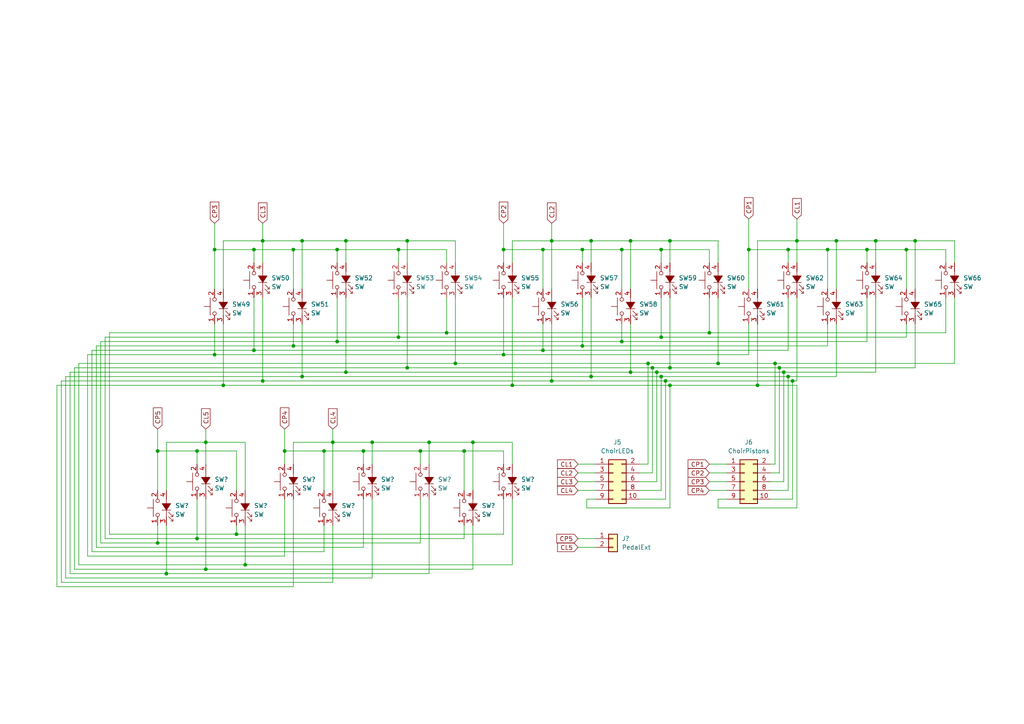
<source format=kicad_sch>
(kicad_sch (version 20211123) (generator eeschema)

  (uuid 9e0fe9a1-2c29-410b-b6e5-a7a189a13694)

  (paper "A4")

  (lib_symbols
    (symbol "Connector_Generic:Conn_01x02" (pin_names (offset 1.016) hide) (in_bom yes) (on_board yes)
      (property "Reference" "J" (id 0) (at 0 2.54 0)
        (effects (font (size 1.27 1.27)))
      )
      (property "Value" "Conn_01x02" (id 1) (at 0 -5.08 0)
        (effects (font (size 1.27 1.27)))
      )
      (property "Footprint" "" (id 2) (at 0 0 0)
        (effects (font (size 1.27 1.27)) hide)
      )
      (property "Datasheet" "~" (id 3) (at 0 0 0)
        (effects (font (size 1.27 1.27)) hide)
      )
      (property "ki_keywords" "connector" (id 4) (at 0 0 0)
        (effects (font (size 1.27 1.27)) hide)
      )
      (property "ki_description" "Generic connector, single row, 01x02, script generated (kicad-library-utils/schlib/autogen/connector/)" (id 5) (at 0 0 0)
        (effects (font (size 1.27 1.27)) hide)
      )
      (property "ki_fp_filters" "Connector*:*_1x??_*" (id 6) (at 0 0 0)
        (effects (font (size 1.27 1.27)) hide)
      )
      (symbol "Conn_01x02_1_1"
        (rectangle (start -1.27 -2.413) (end 0 -2.667)
          (stroke (width 0.1524) (type default) (color 0 0 0 0))
          (fill (type none))
        )
        (rectangle (start -1.27 0.127) (end 0 -0.127)
          (stroke (width 0.1524) (type default) (color 0 0 0 0))
          (fill (type none))
        )
        (rectangle (start -1.27 1.27) (end 1.27 -3.81)
          (stroke (width 0.254) (type default) (color 0 0 0 0))
          (fill (type background))
        )
        (pin passive line (at -5.08 0 0) (length 3.81)
          (name "Pin_1" (effects (font (size 1.27 1.27))))
          (number "1" (effects (font (size 1.27 1.27))))
        )
        (pin passive line (at -5.08 -2.54 0) (length 3.81)
          (name "Pin_2" (effects (font (size 1.27 1.27))))
          (number "2" (effects (font (size 1.27 1.27))))
        )
      )
    )
    (symbol "Connector_Generic:Conn_02x05_Odd_Even" (pin_names (offset 1.016) hide) (in_bom yes) (on_board yes)
      (property "Reference" "J" (id 0) (at 1.27 7.62 0)
        (effects (font (size 1.27 1.27)))
      )
      (property "Value" "Conn_02x05_Odd_Even" (id 1) (at 1.27 -7.62 0)
        (effects (font (size 1.27 1.27)))
      )
      (property "Footprint" "" (id 2) (at 0 0 0)
        (effects (font (size 1.27 1.27)) hide)
      )
      (property "Datasheet" "~" (id 3) (at 0 0 0)
        (effects (font (size 1.27 1.27)) hide)
      )
      (property "ki_keywords" "connector" (id 4) (at 0 0 0)
        (effects (font (size 1.27 1.27)) hide)
      )
      (property "ki_description" "Generic connector, double row, 02x05, odd/even pin numbering scheme (row 1 odd numbers, row 2 even numbers), script generated (kicad-library-utils/schlib/autogen/connector/)" (id 5) (at 0 0 0)
        (effects (font (size 1.27 1.27)) hide)
      )
      (property "ki_fp_filters" "Connector*:*_2x??_*" (id 6) (at 0 0 0)
        (effects (font (size 1.27 1.27)) hide)
      )
      (symbol "Conn_02x05_Odd_Even_1_1"
        (rectangle (start -1.27 -4.953) (end 0 -5.207)
          (stroke (width 0.1524) (type default) (color 0 0 0 0))
          (fill (type none))
        )
        (rectangle (start -1.27 -2.413) (end 0 -2.667)
          (stroke (width 0.1524) (type default) (color 0 0 0 0))
          (fill (type none))
        )
        (rectangle (start -1.27 0.127) (end 0 -0.127)
          (stroke (width 0.1524) (type default) (color 0 0 0 0))
          (fill (type none))
        )
        (rectangle (start -1.27 2.667) (end 0 2.413)
          (stroke (width 0.1524) (type default) (color 0 0 0 0))
          (fill (type none))
        )
        (rectangle (start -1.27 5.207) (end 0 4.953)
          (stroke (width 0.1524) (type default) (color 0 0 0 0))
          (fill (type none))
        )
        (rectangle (start -1.27 6.35) (end 3.81 -6.35)
          (stroke (width 0.254) (type default) (color 0 0 0 0))
          (fill (type background))
        )
        (rectangle (start 3.81 -4.953) (end 2.54 -5.207)
          (stroke (width 0.1524) (type default) (color 0 0 0 0))
          (fill (type none))
        )
        (rectangle (start 3.81 -2.413) (end 2.54 -2.667)
          (stroke (width 0.1524) (type default) (color 0 0 0 0))
          (fill (type none))
        )
        (rectangle (start 3.81 0.127) (end 2.54 -0.127)
          (stroke (width 0.1524) (type default) (color 0 0 0 0))
          (fill (type none))
        )
        (rectangle (start 3.81 2.667) (end 2.54 2.413)
          (stroke (width 0.1524) (type default) (color 0 0 0 0))
          (fill (type none))
        )
        (rectangle (start 3.81 5.207) (end 2.54 4.953)
          (stroke (width 0.1524) (type default) (color 0 0 0 0))
          (fill (type none))
        )
        (pin passive line (at -5.08 5.08 0) (length 3.81)
          (name "Pin_1" (effects (font (size 1.27 1.27))))
          (number "1" (effects (font (size 1.27 1.27))))
        )
        (pin passive line (at 7.62 -5.08 180) (length 3.81)
          (name "Pin_10" (effects (font (size 1.27 1.27))))
          (number "10" (effects (font (size 1.27 1.27))))
        )
        (pin passive line (at 7.62 5.08 180) (length 3.81)
          (name "Pin_2" (effects (font (size 1.27 1.27))))
          (number "2" (effects (font (size 1.27 1.27))))
        )
        (pin passive line (at -5.08 2.54 0) (length 3.81)
          (name "Pin_3" (effects (font (size 1.27 1.27))))
          (number "3" (effects (font (size 1.27 1.27))))
        )
        (pin passive line (at 7.62 2.54 180) (length 3.81)
          (name "Pin_4" (effects (font (size 1.27 1.27))))
          (number "4" (effects (font (size 1.27 1.27))))
        )
        (pin passive line (at -5.08 0 0) (length 3.81)
          (name "Pin_5" (effects (font (size 1.27 1.27))))
          (number "5" (effects (font (size 1.27 1.27))))
        )
        (pin passive line (at 7.62 0 180) (length 3.81)
          (name "Pin_6" (effects (font (size 1.27 1.27))))
          (number "6" (effects (font (size 1.27 1.27))))
        )
        (pin passive line (at -5.08 -2.54 0) (length 3.81)
          (name "Pin_7" (effects (font (size 1.27 1.27))))
          (number "7" (effects (font (size 1.27 1.27))))
        )
        (pin passive line (at 7.62 -2.54 180) (length 3.81)
          (name "Pin_8" (effects (font (size 1.27 1.27))))
          (number "8" (effects (font (size 1.27 1.27))))
        )
        (pin passive line (at -5.08 -5.08 0) (length 3.81)
          (name "Pin_9" (effects (font (size 1.27 1.27))))
          (number "9" (effects (font (size 1.27 1.27))))
        )
      )
    )
    (symbol "Switch:SW_Push_LED" (pin_names (offset 1.016) hide) (in_bom yes) (on_board yes)
      (property "Reference" "SW" (id 0) (at 0.635 5.715 0)
        (effects (font (size 1.27 1.27)) (justify left))
      )
      (property "Value" "SW_Push_LED" (id 1) (at 0 -3.175 0)
        (effects (font (size 1.27 1.27)))
      )
      (property "Footprint" "" (id 2) (at 0 7.62 0)
        (effects (font (size 1.27 1.27)) hide)
      )
      (property "Datasheet" "~" (id 3) (at 0 7.62 0)
        (effects (font (size 1.27 1.27)) hide)
      )
      (property "ki_keywords" "switch normally-open pushbutton push-button LED" (id 4) (at 0 0 0)
        (effects (font (size 1.27 1.27)) hide)
      )
      (property "ki_description" "Push button switch with LED, generic" (id 5) (at 0 0 0)
        (effects (font (size 1.27 1.27)) hide)
      )
      (symbol "SW_Push_LED_0_0"
        (polyline
          (pts
            (xy -3.81 -1.905)
            (xy -2.54 -0.635)
          )
          (stroke (width 0) (type default) (color 0 0 0 0))
          (fill (type none))
        )
        (polyline
          (pts
            (xy -2.54 -1.905)
            (xy -1.27 -0.635)
          )
          (stroke (width 0) (type default) (color 0 0 0 0))
          (fill (type none))
        )
        (polyline
          (pts
            (xy -2.54 0)
            (xy 2.54 0)
          )
          (stroke (width 0) (type default) (color 0 0 0 0))
          (fill (type none))
        )
        (polyline
          (pts
            (xy -0.635 1.27)
            (xy -0.635 -1.27)
          )
          (stroke (width 0) (type default) (color 0 0 0 0))
          (fill (type none))
        )
        (polyline
          (pts
            (xy -3.81 -1.27)
            (xy -3.81 -1.905)
            (xy -3.175 -1.905)
          )
          (stroke (width 0) (type default) (color 0 0 0 0))
          (fill (type none))
        )
        (polyline
          (pts
            (xy -2.54 -1.27)
            (xy -2.54 -1.905)
            (xy -1.905 -1.905)
          )
          (stroke (width 0) (type default) (color 0 0 0 0))
          (fill (type none))
        )
        (polyline
          (pts
            (xy -0.635 0)
            (xy 1.27 1.27)
            (xy 1.27 -1.27)
            (xy -0.635 0)
          )
          (stroke (width 0) (type default) (color 0 0 0 0))
          (fill (type outline))
        )
      )
      (symbol "SW_Push_LED_0_1"
        (circle (center -2.032 2.54) (radius 0.508)
          (stroke (width 0) (type default) (color 0 0 0 0))
          (fill (type none))
        )
        (polyline
          (pts
            (xy 0 3.81)
            (xy 0 5.588)
          )
          (stroke (width 0) (type default) (color 0 0 0 0))
          (fill (type none))
        )
        (polyline
          (pts
            (xy 2.54 3.81)
            (xy -2.54 3.81)
          )
          (stroke (width 0) (type default) (color 0 0 0 0))
          (fill (type none))
        )
        (circle (center 2.032 2.54) (radius 0.508)
          (stroke (width 0) (type default) (color 0 0 0 0))
          (fill (type none))
        )
        (pin passive line (at -5.08 2.54 0) (length 2.54)
          (name "1" (effects (font (size 1.27 1.27))))
          (number "1" (effects (font (size 1.27 1.27))))
        )
        (pin passive line (at 5.08 2.54 180) (length 2.54)
          (name "2" (effects (font (size 1.27 1.27))))
          (number "2" (effects (font (size 1.27 1.27))))
        )
        (pin passive line (at -5.08 0 0) (length 2.54)
          (name "K" (effects (font (size 1.27 1.27))))
          (number "3" (effects (font (size 1.27 1.27))))
        )
        (pin passive line (at 5.08 0 180) (length 2.54)
          (name "A" (effects (font (size 1.27 1.27))))
          (number "4" (effects (font (size 1.27 1.27))))
        )
      )
    )
  )

  (junction (at 129.54 96.52) (diameter 0) (color 0 0 0 0)
    (uuid 05e69f33-0ba6-4458-aa58-9ad16206aa3a)
  )
  (junction (at 240.03 72.39) (diameter 0) (color 0 0 0 0)
    (uuid 0700e247-ad8e-46d5-a354-98e74f10f20a)
  )
  (junction (at 118.11 69.85) (diameter 0) (color 0 0 0 0)
    (uuid 087c5067-59f9-4ef2-8662-23656064e5da)
  )
  (junction (at 87.63 69.85) (diameter 0) (color 0 0 0 0)
    (uuid 0dcde4a6-2d4a-44b5-b5c3-f00004b2b9d4)
  )
  (junction (at 191.77 72.39) (diameter 0) (color 0 0 0 0)
    (uuid 0ff10a96-51de-4ee9-b1f6-b429090df930)
  )
  (junction (at 146.05 102.87) (diameter 0) (color 0 0 0 0)
    (uuid 124c8d74-2983-4a28-be83-7b5ae9fdb2db)
  )
  (junction (at 100.33 107.95) (diameter 0) (color 0 0 0 0)
    (uuid 1457dc22-5e0f-45d5-8a00-ae53f0c4e965)
  )
  (junction (at 45.72 130.81) (diameter 0) (color 0 0 0 0)
    (uuid 163dd259-1a7f-4ee2-8d99-a652d8f3b8a8)
  )
  (junction (at 73.66 72.39) (diameter 0) (color 0 0 0 0)
    (uuid 19b22df1-2dcc-4f02-97d3-9fcd5b031ead)
  )
  (junction (at 148.59 111.76) (diameter 0) (color 0 0 0 0)
    (uuid 20d5e9f3-ddfb-4ddd-86c5-c0e45c39b1f4)
  )
  (junction (at 262.89 72.39) (diameter 0) (color 0 0 0 0)
    (uuid 21c61e11-2c1f-47ba-a1f1-132648e5d38e)
  )
  (junction (at 182.88 69.85) (diameter 0) (color 0 0 0 0)
    (uuid 223c9b35-5f55-486b-8b10-b320d4eb0fee)
  )
  (junction (at 82.55 130.81) (diameter 0) (color 0 0 0 0)
    (uuid 243023a3-cf9a-4b6d-9076-b81b0551ea11)
  )
  (junction (at 97.79 99.06) (diameter 0) (color 0 0 0 0)
    (uuid 2f49039f-7853-4f2e-a65b-81ec9616c1fd)
  )
  (junction (at 171.45 109.22) (diameter 0) (color 0 0 0 0)
    (uuid 33582a5a-d54e-42ab-b819-bd786553a996)
  )
  (junction (at 182.88 107.95) (diameter 0) (color 0 0 0 0)
    (uuid 34eef76b-446f-4ebf-82d0-61002e742157)
  )
  (junction (at 227.33 107.95) (diameter 0) (color 0 0 0 0)
    (uuid 3580dd04-2f18-49ac-aa15-b0eeb19c61f9)
  )
  (junction (at 191.77 109.22) (diameter 0) (color 0 0 0 0)
    (uuid 3602b672-1eff-4d7a-8141-3a5c9bc2c8b3)
  )
  (junction (at 59.69 165.1) (diameter 0) (color 0 0 0 0)
    (uuid 3e759e21-c356-4ca8-9c63-dc40b76a0a93)
  )
  (junction (at 157.48 101.6) (diameter 0) (color 0 0 0 0)
    (uuid 41807b48-636f-4ccf-935f-113448c47b06)
  )
  (junction (at 190.5 107.95) (diameter 0) (color 0 0 0 0)
    (uuid 45efb98c-b3d7-4f22-bd19-fb4a5d24ee82)
  )
  (junction (at 187.96 105.41) (diameter 0) (color 0 0 0 0)
    (uuid 462daef5-2f51-49e7-a245-3447b99d3bf0)
  )
  (junction (at 48.26 166.37) (diameter 0) (color 0 0 0 0)
    (uuid 46abfe58-64ac-4ec4-8fb3-98e2645d01a8)
  )
  (junction (at 107.95 128.27) (diameter 0) (color 0 0 0 0)
    (uuid 4b598439-84d3-4bc9-b4ef-1f8bd1358753)
  )
  (junction (at 228.6 72.39) (diameter 0) (color 0 0 0 0)
    (uuid 4f22edff-da50-4917-9e95-53dd1d26f2c0)
  )
  (junction (at 71.12 163.83) (diameter 0) (color 0 0 0 0)
    (uuid 50098f8c-b263-49d6-9093-cb0717ecd9c5)
  )
  (junction (at 64.77 111.76) (diameter 0) (color 0 0 0 0)
    (uuid 50afb608-1d10-43ac-8b20-55d003425e7a)
  )
  (junction (at 121.92 130.81) (diameter 0) (color 0 0 0 0)
    (uuid 53045812-64d2-481c-b589-60410cc72c03)
  )
  (junction (at 191.77 97.79) (diameter 0) (color 0 0 0 0)
    (uuid 55e248b2-54c8-43f0-a5a1-ef882b5f4391)
  )
  (junction (at 229.87 110.49) (diameter 0) (color 0 0 0 0)
    (uuid 57e88031-4ecb-48f0-9b32-8b4195082153)
  )
  (junction (at 193.04 110.49) (diameter 0) (color 0 0 0 0)
    (uuid 5816cf4d-5a23-4d47-8504-0a222050d808)
  )
  (junction (at 217.17 72.39) (diameter 0) (color 0 0 0 0)
    (uuid 5ca5d621-0933-4e20-b734-bc29bc261bab)
  )
  (junction (at 168.91 100.33) (diameter 0) (color 0 0 0 0)
    (uuid 6819bcf2-09d5-447d-b7a8-126995c07120)
  )
  (junction (at 62.23 102.87) (diameter 0) (color 0 0 0 0)
    (uuid 69e203b7-d8b1-4668-892a-321e7bc33b05)
  )
  (junction (at 189.23 106.68) (diameter 0) (color 0 0 0 0)
    (uuid 6b038cc9-058d-4cf1-ab95-9dff760f6a07)
  )
  (junction (at 205.74 96.52) (diameter 0) (color 0 0 0 0)
    (uuid 6b3bd05b-ab2d-4376-a728-3ccc5cbc98c1)
  )
  (junction (at 160.02 69.85) (diameter 0) (color 0 0 0 0)
    (uuid 71b46f5b-a1b2-43b7-b5da-3b11fe6e4bbe)
  )
  (junction (at 68.58 154.94) (diameter 0) (color 0 0 0 0)
    (uuid 754cec2d-9518-4d66-bb87-bbb34239f079)
  )
  (junction (at 160.02 110.49) (diameter 0) (color 0 0 0 0)
    (uuid 802727d9-f9f4-40e6-92ca-e51f18116635)
  )
  (junction (at 59.69 128.27) (diameter 0) (color 0 0 0 0)
    (uuid 80920ac4-696a-4d4f-b5f4-e900ebc9eb07)
  )
  (junction (at 194.31 111.76) (diameter 0) (color 0 0 0 0)
    (uuid 81ca96e7-30f7-44a5-aa64-7b374242e02a)
  )
  (junction (at 194.31 106.68) (diameter 0) (color 0 0 0 0)
    (uuid 85a8df23-669d-47d2-be27-be990c218342)
  )
  (junction (at 180.34 72.39) (diameter 0) (color 0 0 0 0)
    (uuid 85e97608-efa6-43c6-ab77-cb64a1372d78)
  )
  (junction (at 87.63 109.22) (diameter 0) (color 0 0 0 0)
    (uuid 85feb9d5-00c5-4c19-9f9e-7f4f4c723824)
  )
  (junction (at 118.11 106.68) (diameter 0) (color 0 0 0 0)
    (uuid 877c366b-08df-4640-b82a-ffe61c4f985b)
  )
  (junction (at 251.46 72.39) (diameter 0) (color 0 0 0 0)
    (uuid 8d875cdb-4b27-4cf7-a8da-9aa1e27dd0f8)
  )
  (junction (at 265.43 69.85) (diameter 0) (color 0 0 0 0)
    (uuid 8f0c3e3b-a164-4710-ab0d-c3afda65eb02)
  )
  (junction (at 171.45 69.85) (diameter 0) (color 0 0 0 0)
    (uuid 9530be37-77da-4add-ac26-afc47c3526b0)
  )
  (junction (at 57.15 130.81) (diameter 0) (color 0 0 0 0)
    (uuid 96770ce8-f5ad-4fd2-9edb-7ad714ef144a)
  )
  (junction (at 105.41 130.81) (diameter 0) (color 0 0 0 0)
    (uuid 9787a42e-54f9-4928-9c18-2e54b99f5aa1)
  )
  (junction (at 93.98 130.81) (diameter 0) (color 0 0 0 0)
    (uuid 986f2204-c58a-4dfe-8fd2-f424f66a0fe7)
  )
  (junction (at 231.14 69.85) (diameter 0) (color 0 0 0 0)
    (uuid 9945a184-2a31-4b4f-be0e-01e086b50ce6)
  )
  (junction (at 62.23 72.39) (diameter 0) (color 0 0 0 0)
    (uuid 9c412364-1ea6-4869-99ef-c92ea39d1ea7)
  )
  (junction (at 85.09 100.33) (diameter 0) (color 0 0 0 0)
    (uuid 9e669028-f99c-44af-848e-3c27d4239a94)
  )
  (junction (at 76.2 69.85) (diameter 0) (color 0 0 0 0)
    (uuid 9fa57b9d-197c-49e2-8285-1b3a8c6b2240)
  )
  (junction (at 85.09 72.39) (diameter 0) (color 0 0 0 0)
    (uuid a15920ce-7c60-4dde-b717-cf426f6d589c)
  )
  (junction (at 45.72 157.48) (diameter 0) (color 0 0 0 0)
    (uuid a6724e63-baf2-4d08-b331-65b366707521)
  )
  (junction (at 168.91 72.39) (diameter 0) (color 0 0 0 0)
    (uuid a8b1c859-b307-4794-b719-28376eb26aee)
  )
  (junction (at 96.52 128.27) (diameter 0) (color 0 0 0 0)
    (uuid b0e656f5-d2e4-4920-9283-bda0abd0bf3b)
  )
  (junction (at 180.34 99.06) (diameter 0) (color 0 0 0 0)
    (uuid b30b8573-3fae-4d66-b3ce-8cb165146004)
  )
  (junction (at 208.28 105.41) (diameter 0) (color 0 0 0 0)
    (uuid b4532f5d-ec9b-4f42-8ad2-fc5494241c5d)
  )
  (junction (at 224.79 105.41) (diameter 0) (color 0 0 0 0)
    (uuid b482f730-e708-4966-a9b7-5b42d99d2818)
  )
  (junction (at 124.46 128.27) (diameter 0) (color 0 0 0 0)
    (uuid b6125731-7679-4d17-825c-4881b5e25f73)
  )
  (junction (at 115.57 97.79) (diameter 0) (color 0 0 0 0)
    (uuid b6f7502b-1c38-44bb-a64b-3d028a1e8d87)
  )
  (junction (at 157.48 72.39) (diameter 0) (color 0 0 0 0)
    (uuid b810788f-4149-4398-9980-1e8c406b0204)
  )
  (junction (at 134.62 130.81) (diameter 0) (color 0 0 0 0)
    (uuid bb195715-4d99-495f-b277-bc182f3ae277)
  )
  (junction (at 132.08 105.41) (diameter 0) (color 0 0 0 0)
    (uuid be0f5f6e-0a3f-470b-b6b1-ea864e2fdb58)
  )
  (junction (at 194.31 69.85) (diameter 0) (color 0 0 0 0)
    (uuid bf6924a5-8d74-41c4-954d-c89ae86d6fe1)
  )
  (junction (at 219.71 111.76) (diameter 0) (color 0 0 0 0)
    (uuid c26e8760-ef3f-4aec-a656-bcdecaece77e)
  )
  (junction (at 100.33 69.85) (diameter 0) (color 0 0 0 0)
    (uuid c2e28995-4cf0-454c-b3e6-22a70ef223c6)
  )
  (junction (at 254 69.85) (diameter 0) (color 0 0 0 0)
    (uuid c3f6da20-2477-4263-99fb-b57a0927a825)
  )
  (junction (at 226.06 106.68) (diameter 0) (color 0 0 0 0)
    (uuid c4cfce9d-36b4-4e08-a19a-713d8c62a550)
  )
  (junction (at 76.2 110.49) (diameter 0) (color 0 0 0 0)
    (uuid cc49ce67-f84f-4320-be9b-ce49422e43eb)
  )
  (junction (at 242.57 69.85) (diameter 0) (color 0 0 0 0)
    (uuid cfba65f3-c4af-4b50-b724-3dd502b2e14f)
  )
  (junction (at 115.57 72.39) (diameter 0) (color 0 0 0 0)
    (uuid d71944ed-e169-45c7-8cdf-5edc5632b9cd)
  )
  (junction (at 146.05 72.39) (diameter 0) (color 0 0 0 0)
    (uuid d85d37b4-551e-4dce-92eb-49d7f56cda34)
  )
  (junction (at 73.66 101.6) (diameter 0) (color 0 0 0 0)
    (uuid e4f9c4ec-b620-441f-94ec-cdcdee0730cc)
  )
  (junction (at 97.79 72.39) (diameter 0) (color 0 0 0 0)
    (uuid ec04c10e-9ea6-45f2-9d28-6e1348f26d8e)
  )
  (junction (at 57.15 156.21) (diameter 0) (color 0 0 0 0)
    (uuid eea19a9a-9268-4993-88f5-69b3b45ff83f)
  )
  (junction (at 137.16 128.27) (diameter 0) (color 0 0 0 0)
    (uuid fd11e9cb-b61e-495f-a11a-b932cf961104)
  )
  (junction (at 228.6 109.22) (diameter 0) (color 0 0 0 0)
    (uuid fda09215-ced9-4aec-ac6c-40b9879b2be2)
  )

  (wire (pts (xy 129.54 76.2) (xy 129.54 72.39))
    (stroke (width 0) (type default) (color 0 0 0 0))
    (uuid 00b932cb-8bc1-450b-94b9-a2adf1664858)
  )
  (wire (pts (xy 219.71 69.85) (xy 231.14 69.85))
    (stroke (width 0) (type default) (color 0 0 0 0))
    (uuid 02836294-35ed-49c5-9762-2c822fcab1b5)
  )
  (wire (pts (xy 146.05 76.2) (xy 146.05 72.39))
    (stroke (width 0) (type default) (color 0 0 0 0))
    (uuid 037e2e46-93f5-471d-a97b-0a091df0a7c0)
  )
  (wire (pts (xy 118.11 69.85) (xy 100.33 69.85))
    (stroke (width 0) (type default) (color 0 0 0 0))
    (uuid 04689d3a-dbab-4b85-a604-45a93269dc68)
  )
  (wire (pts (xy 180.34 99.06) (xy 97.79 99.06))
    (stroke (width 0) (type default) (color 0 0 0 0))
    (uuid 048f0d1f-77b7-4483-9795-8a152f7ebdd3)
  )
  (wire (pts (xy 26.67 101.6) (xy 73.66 101.6))
    (stroke (width 0) (type default) (color 0 0 0 0))
    (uuid 056121c7-0784-4c4c-92e6-e3b4a731fb84)
  )
  (wire (pts (xy 20.32 107.95) (xy 100.33 107.95))
    (stroke (width 0) (type default) (color 0 0 0 0))
    (uuid 057fbe7b-44a1-48bd-8561-07236094d7f4)
  )
  (wire (pts (xy 168.91 86.36) (xy 168.91 100.33))
    (stroke (width 0) (type default) (color 0 0 0 0))
    (uuid 072812ab-a620-4b75-98fd-c2c92f7f7ec0)
  )
  (wire (pts (xy 118.11 106.68) (xy 189.23 106.68))
    (stroke (width 0) (type default) (color 0 0 0 0))
    (uuid 07a0b7c0-1f46-4a16-ad1e-4d76dd61660f)
  )
  (wire (pts (xy 118.11 69.85) (xy 118.11 76.2))
    (stroke (width 0) (type default) (color 0 0 0 0))
    (uuid 0889f8b6-5482-49dd-b547-76c7f4dfb9af)
  )
  (wire (pts (xy 76.2 69.85) (xy 76.2 76.2))
    (stroke (width 0) (type default) (color 0 0 0 0))
    (uuid 0ae99a8f-b391-4af4-ab55-2408f71677cb)
  )
  (wire (pts (xy 93.98 152.4) (xy 93.98 160.02))
    (stroke (width 0) (type default) (color 0 0 0 0))
    (uuid 0b268ed0-dcd6-4810-a20d-0a0769ff0a99)
  )
  (wire (pts (xy 219.71 83.82) (xy 219.71 69.85))
    (stroke (width 0) (type default) (color 0 0 0 0))
    (uuid 0c28eaec-4eaa-4b84-a2a0-f045525853b1)
  )
  (wire (pts (xy 137.16 165.1) (xy 59.69 165.1))
    (stroke (width 0) (type default) (color 0 0 0 0))
    (uuid 0c4f4513-1424-4a4d-afa8-4b1aa97c0f4c)
  )
  (wire (pts (xy 242.57 69.85) (xy 242.57 83.82))
    (stroke (width 0) (type default) (color 0 0 0 0))
    (uuid 0c508419-26e9-4138-a6cb-ce1f6de628ef)
  )
  (wire (pts (xy 242.57 69.85) (xy 231.14 69.85))
    (stroke (width 0) (type default) (color 0 0 0 0))
    (uuid 0d78ab09-aedd-455c-82c1-945769ec6394)
  )
  (wire (pts (xy 45.72 157.48) (xy 45.72 152.4))
    (stroke (width 0) (type default) (color 0 0 0 0))
    (uuid 0d91b5f6-7f00-470b-9fe6-93e81487da5b)
  )
  (wire (pts (xy 76.2 64.77) (xy 76.2 69.85))
    (stroke (width 0) (type default) (color 0 0 0 0))
    (uuid 0e37b926-160e-4bd7-92b5-9aad32e7f4cc)
  )
  (wire (pts (xy 124.46 166.37) (xy 48.26 166.37))
    (stroke (width 0) (type default) (color 0 0 0 0))
    (uuid 0f64446f-084a-4fca-bd5d-1ddbe820aa07)
  )
  (wire (pts (xy 254 86.36) (xy 254 107.95))
    (stroke (width 0) (type default) (color 0 0 0 0))
    (uuid 0fb4c76b-4f6c-4c6c-805b-2a160575eddb)
  )
  (wire (pts (xy 167.64 137.16) (xy 172.72 137.16))
    (stroke (width 0) (type default) (color 0 0 0 0))
    (uuid 0ffb3a88-71e5-4afa-8276-928d9eb33e63)
  )
  (wire (pts (xy 167.64 156.21) (xy 172.72 156.21))
    (stroke (width 0) (type default) (color 0 0 0 0))
    (uuid 1177f830-d8ca-4c4b-955f-1c58176bfcf1)
  )
  (wire (pts (xy 16.51 111.76) (xy 64.77 111.76))
    (stroke (width 0) (type default) (color 0 0 0 0))
    (uuid 129b3b73-7995-48c4-a5e5-5e44c5e70525)
  )
  (wire (pts (xy 231.14 69.85) (xy 231.14 76.2))
    (stroke (width 0) (type default) (color 0 0 0 0))
    (uuid 133717c6-5ad4-4568-aed6-05bce7a0974e)
  )
  (wire (pts (xy 25.4 161.29) (xy 25.4 102.87))
    (stroke (width 0) (type default) (color 0 0 0 0))
    (uuid 138b5c00-0131-464c-b267-ee135e53f3a2)
  )
  (wire (pts (xy 194.31 147.32) (xy 194.31 111.76))
    (stroke (width 0) (type default) (color 0 0 0 0))
    (uuid 1410d525-6342-4aa3-a0e2-25a3bd8d7763)
  )
  (wire (pts (xy 265.43 93.98) (xy 265.43 106.68))
    (stroke (width 0) (type default) (color 0 0 0 0))
    (uuid 15d46324-2dd3-4bb4-85ad-112cd4dbffaa)
  )
  (wire (pts (xy 274.32 72.39) (xy 262.89 72.39))
    (stroke (width 0) (type default) (color 0 0 0 0))
    (uuid 16149b56-dda0-42ac-886f-d3313d298561)
  )
  (wire (pts (xy 193.04 144.78) (xy 193.04 110.49))
    (stroke (width 0) (type default) (color 0 0 0 0))
    (uuid 1622bc94-0046-48a5-9119-0d6588dd2b06)
  )
  (wire (pts (xy 182.88 69.85) (xy 171.45 69.85))
    (stroke (width 0) (type default) (color 0 0 0 0))
    (uuid 16d7eb75-ca8e-47fb-9d31-ba2de384cfe9)
  )
  (wire (pts (xy 85.09 100.33) (xy 85.09 93.98))
    (stroke (width 0) (type default) (color 0 0 0 0))
    (uuid 17208aa2-5ab3-4624-8305-3d1f9be3829e)
  )
  (wire (pts (xy 59.69 124.46) (xy 59.69 128.27))
    (stroke (width 0) (type default) (color 0 0 0 0))
    (uuid 1729afc7-7d12-4a4d-9d47-34e6ca4f66f4)
  )
  (wire (pts (xy 205.74 72.39) (xy 191.77 72.39))
    (stroke (width 0) (type default) (color 0 0 0 0))
    (uuid 17afe618-15fe-49d9-9d4e-9fe2dc453a84)
  )
  (wire (pts (xy 146.05 144.78) (xy 146.05 154.94))
    (stroke (width 0) (type default) (color 0 0 0 0))
    (uuid 17f823b6-b33e-42d1-b703-1a344ca42505)
  )
  (wire (pts (xy 137.16 152.4) (xy 137.16 165.1))
    (stroke (width 0) (type default) (color 0 0 0 0))
    (uuid 181f78f7-3d57-4efa-a0b3-ffcebbd60637)
  )
  (wire (pts (xy 205.74 142.24) (xy 210.82 142.24))
    (stroke (width 0) (type default) (color 0 0 0 0))
    (uuid 18f9e3d8-394e-47ce-9e7b-49bf17baad1f)
  )
  (wire (pts (xy 85.09 144.78) (xy 85.09 170.18))
    (stroke (width 0) (type default) (color 0 0 0 0))
    (uuid 194492b9-02b1-44a3-828d-08c9aa4a21bf)
  )
  (wire (pts (xy 93.98 160.02) (xy 26.67 160.02))
    (stroke (width 0) (type default) (color 0 0 0 0))
    (uuid 1a16a05b-1780-490f-a1f3-a5884459b55e)
  )
  (wire (pts (xy 240.03 100.33) (xy 168.91 100.33))
    (stroke (width 0) (type default) (color 0 0 0 0))
    (uuid 1a9b1427-f375-4c8d-bde2-88fb75412418)
  )
  (wire (pts (xy 73.66 76.2) (xy 73.66 72.39))
    (stroke (width 0) (type default) (color 0 0 0 0))
    (uuid 1ca81dc0-afc3-4603-a658-70dbe6b39f22)
  )
  (wire (pts (xy 208.28 144.78) (xy 208.28 147.32))
    (stroke (width 0) (type default) (color 0 0 0 0))
    (uuid 1d4a7f08-f251-4e6a-a050-1869104220c3)
  )
  (wire (pts (xy 27.94 158.75) (xy 27.94 100.33))
    (stroke (width 0) (type default) (color 0 0 0 0))
    (uuid 220eb277-db32-4d33-bd8e-6046f56cb08c)
  )
  (wire (pts (xy 73.66 101.6) (xy 73.66 86.36))
    (stroke (width 0) (type default) (color 0 0 0 0))
    (uuid 225a7b6b-8473-4dcc-8620-038167f297e9)
  )
  (wire (pts (xy 191.77 97.79) (xy 115.57 97.79))
    (stroke (width 0) (type default) (color 0 0 0 0))
    (uuid 23bf51ad-64e6-4e03-8c39-49bfa9f5563d)
  )
  (wire (pts (xy 185.42 137.16) (xy 189.23 137.16))
    (stroke (width 0) (type default) (color 0 0 0 0))
    (uuid 24f29eff-8a58-4a96-b939-6c2fe373dcc7)
  )
  (wire (pts (xy 64.77 111.76) (xy 148.59 111.76))
    (stroke (width 0) (type default) (color 0 0 0 0))
    (uuid 26298c77-8622-4981-ba66-b17b2037efd1)
  )
  (wire (pts (xy 223.52 139.7) (xy 227.33 139.7))
    (stroke (width 0) (type default) (color 0 0 0 0))
    (uuid 2672ab65-c637-4eca-b666-2ee18685d934)
  )
  (wire (pts (xy 182.88 69.85) (xy 182.88 83.82))
    (stroke (width 0) (type default) (color 0 0 0 0))
    (uuid 26ecf6e2-d250-47a6-9fff-6d10acd8a9ea)
  )
  (wire (pts (xy 132.08 105.41) (xy 187.96 105.41))
    (stroke (width 0) (type default) (color 0 0 0 0))
    (uuid 290d7bc4-7621-4da3-8d92-fd315f9e4c94)
  )
  (wire (pts (xy 217.17 72.39) (xy 228.6 72.39))
    (stroke (width 0) (type default) (color 0 0 0 0))
    (uuid 2a3b706b-04f9-48a7-ab50-38d66f9ecfe7)
  )
  (wire (pts (xy 189.23 137.16) (xy 189.23 106.68))
    (stroke (width 0) (type default) (color 0 0 0 0))
    (uuid 2c9d44ee-76b5-42b1-8456-79f4ae83815b)
  )
  (wire (pts (xy 205.74 137.16) (xy 210.82 137.16))
    (stroke (width 0) (type default) (color 0 0 0 0))
    (uuid 2d070ab2-154b-4aa4-99fb-a588164497de)
  )
  (wire (pts (xy 16.51 170.18) (xy 16.51 111.76))
    (stroke (width 0) (type default) (color 0 0 0 0))
    (uuid 2df5d18c-52b2-4340-8b09-6aefb60129ac)
  )
  (wire (pts (xy 185.42 144.78) (xy 193.04 144.78))
    (stroke (width 0) (type default) (color 0 0 0 0))
    (uuid 2e0bc780-47d3-40a8-972e-1b5ae250c22c)
  )
  (wire (pts (xy 76.2 69.85) (xy 64.77 69.85))
    (stroke (width 0) (type default) (color 0 0 0 0))
    (uuid 2e45dc59-a9aa-4d13-9446-5b9ff0cbdb93)
  )
  (wire (pts (xy 57.15 156.21) (xy 57.15 144.78))
    (stroke (width 0) (type default) (color 0 0 0 0))
    (uuid 2e760f29-046e-4e2a-a3df-fd47a8440469)
  )
  (wire (pts (xy 62.23 72.39) (xy 73.66 72.39))
    (stroke (width 0) (type default) (color 0 0 0 0))
    (uuid 30f4c69a-09d3-4113-8494-4399d2e0edc1)
  )
  (wire (pts (xy 228.6 76.2) (xy 228.6 72.39))
    (stroke (width 0) (type default) (color 0 0 0 0))
    (uuid 30fb2a91-e9af-4401-8e54-259fed4d0e2c)
  )
  (wire (pts (xy 96.52 124.46) (xy 96.52 128.27))
    (stroke (width 0) (type default) (color 0 0 0 0))
    (uuid 3182b16d-7261-4fcd-b553-1ffc12570d8c)
  )
  (wire (pts (xy 185.42 134.62) (xy 187.96 134.62))
    (stroke (width 0) (type default) (color 0 0 0 0))
    (uuid 33b51483-eb40-4ea4-b1bc-2f90e0fd3e9c)
  )
  (wire (pts (xy 205.74 139.7) (xy 210.82 139.7))
    (stroke (width 0) (type default) (color 0 0 0 0))
    (uuid 33bf6e17-70da-4fb1-96aa-11e15e5f5507)
  )
  (wire (pts (xy 64.77 69.85) (xy 64.77 83.82))
    (stroke (width 0) (type default) (color 0 0 0 0))
    (uuid 33d720eb-a86b-4011-8cb7-750557d8bb6a)
  )
  (wire (pts (xy 240.03 72.39) (xy 240.03 83.82))
    (stroke (width 0) (type default) (color 0 0 0 0))
    (uuid 33ff378a-b767-49fa-bb14-693eefd75f22)
  )
  (wire (pts (xy 229.87 144.78) (xy 229.87 110.49))
    (stroke (width 0) (type default) (color 0 0 0 0))
    (uuid 365b40d0-7275-4e1c-a3c7-5e96bf4698d5)
  )
  (wire (pts (xy 146.05 102.87) (xy 62.23 102.87))
    (stroke (width 0) (type default) (color 0 0 0 0))
    (uuid 36803b6b-f77e-4beb-9a84-77790a5a62ed)
  )
  (wire (pts (xy 82.55 134.62) (xy 82.55 130.81))
    (stroke (width 0) (type default) (color 0 0 0 0))
    (uuid 36e85343-3f3b-4f58-bfa6-3922babcff87)
  )
  (wire (pts (xy 21.59 106.68) (xy 21.59 165.1))
    (stroke (width 0) (type default) (color 0 0 0 0))
    (uuid 38578cab-55b0-4275-95da-e056d23feba8)
  )
  (wire (pts (xy 276.86 69.85) (xy 265.43 69.85))
    (stroke (width 0) (type default) (color 0 0 0 0))
    (uuid 385a57c7-b819-41ec-83be-6d396f666c7c)
  )
  (wire (pts (xy 251.46 86.36) (xy 251.46 99.06))
    (stroke (width 0) (type default) (color 0 0 0 0))
    (uuid 3931669e-d5a5-4631-93fb-150710032d35)
  )
  (wire (pts (xy 227.33 107.95) (xy 190.5 107.95))
    (stroke (width 0) (type default) (color 0 0 0 0))
    (uuid 39adc90e-fe43-4204-a652-e8e0056ae688)
  )
  (wire (pts (xy 242.57 109.22) (xy 228.6 109.22))
    (stroke (width 0) (type default) (color 0 0 0 0))
    (uuid 3c300348-b256-41b4-81e1-b59582480508)
  )
  (wire (pts (xy 59.69 165.1) (xy 59.69 144.78))
    (stroke (width 0) (type default) (color 0 0 0 0))
    (uuid 425cbaa8-f759-436b-91f8-82c02a99e543)
  )
  (wire (pts (xy 194.31 106.68) (xy 194.31 86.36))
    (stroke (width 0) (type default) (color 0 0 0 0))
    (uuid 43d6fed2-9b34-4c7a-9d9e-a2c302691176)
  )
  (wire (pts (xy 274.32 76.2) (xy 274.32 72.39))
    (stroke (width 0) (type default) (color 0 0 0 0))
    (uuid 45e91669-4cd5-4428-bbd8-a1960191bc64)
  )
  (wire (pts (xy 45.72 142.24) (xy 45.72 130.81))
    (stroke (width 0) (type default) (color 0 0 0 0))
    (uuid 47cbb9f5-5c3b-4974-b7cb-0deeffcd2017)
  )
  (wire (pts (xy 85.09 83.82) (xy 85.09 72.39))
    (stroke (width 0) (type default) (color 0 0 0 0))
    (uuid 4c1af2e0-bba1-460b-b8e9-36d6cac5866b)
  )
  (wire (pts (xy 228.6 72.39) (xy 240.03 72.39))
    (stroke (width 0) (type default) (color 0 0 0 0))
    (uuid 4d2b8f5f-44cd-48c5-9efd-1e63d4029e8c)
  )
  (wire (pts (xy 180.34 83.82) (xy 180.34 72.39))
    (stroke (width 0) (type default) (color 0 0 0 0))
    (uuid 4d550ad0-ae86-4260-bd94-5f480677a96d)
  )
  (wire (pts (xy 134.62 130.81) (xy 134.62 142.24))
    (stroke (width 0) (type default) (color 0 0 0 0))
    (uuid 4e1bc964-2ac6-4c70-b084-f48fb35c128b)
  )
  (wire (pts (xy 148.59 163.83) (xy 71.12 163.83))
    (stroke (width 0) (type default) (color 0 0 0 0))
    (uuid 4ef44a3f-3f55-4526-b7d2-f4b62560cf6d)
  )
  (wire (pts (xy 85.09 170.18) (xy 16.51 170.18))
    (stroke (width 0) (type default) (color 0 0 0 0))
    (uuid 4f37bcaa-e550-4e1e-83e1-74236c6e4a9d)
  )
  (wire (pts (xy 129.54 96.52) (xy 205.74 96.52))
    (stroke (width 0) (type default) (color 0 0 0 0))
    (uuid 4fa1f1be-7a2a-46d8-ba6d-7204d92a62a2)
  )
  (wire (pts (xy 87.63 69.85) (xy 76.2 69.85))
    (stroke (width 0) (type default) (color 0 0 0 0))
    (uuid 50ed2299-302e-4eb8-8dbd-842dcc828383)
  )
  (wire (pts (xy 82.55 161.29) (xy 25.4 161.29))
    (stroke (width 0) (type default) (color 0 0 0 0))
    (uuid 50f293ee-9701-47f0-a8cb-355832239a45)
  )
  (wire (pts (xy 62.23 83.82) (xy 62.23 72.39))
    (stroke (width 0) (type default) (color 0 0 0 0))
    (uuid 516e7bc3-5e51-4411-af7b-a1fa46138fea)
  )
  (wire (pts (xy 137.16 128.27) (xy 137.16 142.24))
    (stroke (width 0) (type default) (color 0 0 0 0))
    (uuid 519d87fc-e84d-46a3-83a6-43b8dcd10ef8)
  )
  (wire (pts (xy 208.28 105.41) (xy 208.28 86.36))
    (stroke (width 0) (type default) (color 0 0 0 0))
    (uuid 52390268-fdc2-4289-98a0-ffc004d63f32)
  )
  (wire (pts (xy 191.77 86.36) (xy 191.77 97.79))
    (stroke (width 0) (type default) (color 0 0 0 0))
    (uuid 52627ed3-fe2b-4e0a-8807-9fff1c88ff81)
  )
  (wire (pts (xy 182.88 69.85) (xy 194.31 69.85))
    (stroke (width 0) (type default) (color 0 0 0 0))
    (uuid 52ad074f-c2b5-4dd1-b18a-681dae7c79cf)
  )
  (wire (pts (xy 170.18 144.78) (xy 170.18 147.32))
    (stroke (width 0) (type default) (color 0 0 0 0))
    (uuid 52d40d0b-02c1-4beb-ab77-23cf580be5b1)
  )
  (wire (pts (xy 26.67 160.02) (xy 26.67 101.6))
    (stroke (width 0) (type default) (color 0 0 0 0))
    (uuid 53a8dea2-8086-4ca6-8084-78ee5d255688)
  )
  (wire (pts (xy 22.86 105.41) (xy 22.86 163.83))
    (stroke (width 0) (type default) (color 0 0 0 0))
    (uuid 53d10d36-cff3-4660-9858-dc2ed225eb23)
  )
  (wire (pts (xy 167.64 142.24) (xy 172.72 142.24))
    (stroke (width 0) (type default) (color 0 0 0 0))
    (uuid 544346c2-a12b-477c-9a6b-a624ea2da4b1)
  )
  (wire (pts (xy 262.89 97.79) (xy 191.77 97.79))
    (stroke (width 0) (type default) (color 0 0 0 0))
    (uuid 5466eb69-cf2a-4508-a415-daf6de2857df)
  )
  (wire (pts (xy 137.16 128.27) (xy 124.46 128.27))
    (stroke (width 0) (type default) (color 0 0 0 0))
    (uuid 55910c15-23cd-4d08-968b-6f371d3a54cc)
  )
  (wire (pts (xy 30.48 156.21) (xy 57.15 156.21))
    (stroke (width 0) (type default) (color 0 0 0 0))
    (uuid 566a0ecc-1876-4a66-b6e8-d91590408040)
  )
  (wire (pts (xy 217.17 63.5) (xy 217.17 72.39))
    (stroke (width 0) (type default) (color 0 0 0 0))
    (uuid 56942b5a-1d74-468c-9168-8b46acd23ec0)
  )
  (wire (pts (xy 187.96 134.62) (xy 187.96 105.41))
    (stroke (width 0) (type default) (color 0 0 0 0))
    (uuid 588d1a6d-7c02-4997-a4e9-c43ac0968b6d)
  )
  (wire (pts (xy 48.26 128.27) (xy 48.26 142.24))
    (stroke (width 0) (type default) (color 0 0 0 0))
    (uuid 5a5415e7-b00e-4be7-8cb0-17fd170f6e2c)
  )
  (wire (pts (xy 157.48 72.39) (xy 168.91 72.39))
    (stroke (width 0) (type default) (color 0 0 0 0))
    (uuid 5b8553f0-8147-4d12-9e11-2a9dfd248704)
  )
  (wire (pts (xy 93.98 142.24) (xy 93.98 130.81))
    (stroke (width 0) (type default) (color 0 0 0 0))
    (uuid 5c96531e-f321-4460-8004-36e8cf563a5c)
  )
  (wire (pts (xy 228.6 109.22) (xy 191.77 109.22))
    (stroke (width 0) (type default) (color 0 0 0 0))
    (uuid 5cf133b8-ebba-4adb-af4a-98f0b788f2d0)
  )
  (wire (pts (xy 228.6 86.36) (xy 228.6 101.6))
    (stroke (width 0) (type default) (color 0 0 0 0))
    (uuid 5e16cdbc-8782-4e07-b2ec-36a9a6547418)
  )
  (wire (pts (xy 76.2 86.36) (xy 76.2 110.49))
    (stroke (width 0) (type default) (color 0 0 0 0))
    (uuid 5e207dbf-066f-4176-b9d7-62f6d2159e24)
  )
  (wire (pts (xy 168.91 72.39) (xy 180.34 72.39))
    (stroke (width 0) (type default) (color 0 0 0 0))
    (uuid 5e821112-43d8-4bfc-aaaa-836ce2a00111)
  )
  (wire (pts (xy 254 69.85) (xy 242.57 69.85))
    (stroke (width 0) (type default) (color 0 0 0 0))
    (uuid 5e92fc66-02cc-4c93-8419-ba4f0af6beff)
  )
  (wire (pts (xy 167.64 134.62) (xy 172.72 134.62))
    (stroke (width 0) (type default) (color 0 0 0 0))
    (uuid 603d1ed6-8564-4d70-9535-2a5d68130a1d)
  )
  (wire (pts (xy 205.74 134.62) (xy 210.82 134.62))
    (stroke (width 0) (type default) (color 0 0 0 0))
    (uuid 610bfaa2-1412-40e5-977f-3f1869174f1a)
  )
  (wire (pts (xy 19.05 109.22) (xy 87.63 109.22))
    (stroke (width 0) (type default) (color 0 0 0 0))
    (uuid 61217edc-c53a-4794-8cdf-c05d0ca3703a)
  )
  (wire (pts (xy 231.14 111.76) (xy 219.71 111.76))
    (stroke (width 0) (type default) (color 0 0 0 0))
    (uuid 615696b0-c6dd-425c-b1af-3665f3971e41)
  )
  (wire (pts (xy 205.74 76.2) (xy 205.74 72.39))
    (stroke (width 0) (type default) (color 0 0 0 0))
    (uuid 61aef75b-5b5c-494c-96be-5dbe93e7cbcb)
  )
  (wire (pts (xy 276.86 86.36) (xy 276.86 105.41))
    (stroke (width 0) (type default) (color 0 0 0 0))
    (uuid 63265be2-76df-4c82-8fdd-c88624890ac6)
  )
  (wire (pts (xy 223.52 144.78) (xy 229.87 144.78))
    (stroke (width 0) (type default) (color 0 0 0 0))
    (uuid 64c4bb36-d6a9-403d-9265-70208c1a5216)
  )
  (wire (pts (xy 96.52 128.27) (xy 85.09 128.27))
    (stroke (width 0) (type default) (color 0 0 0 0))
    (uuid 64fa3c34-d67d-497a-a6f1-4517dcf19b4d)
  )
  (wire (pts (xy 217.17 93.98) (xy 217.17 102.87))
    (stroke (width 0) (type default) (color 0 0 0 0))
    (uuid 6532c660-aeb2-4c49-850e-58c328e0cecb)
  )
  (wire (pts (xy 170.18 147.32) (xy 194.31 147.32))
    (stroke (width 0) (type default) (color 0 0 0 0))
    (uuid 65a349dd-6e7c-4f10-9953-80f7898f59a3)
  )
  (wire (pts (xy 226.06 137.16) (xy 226.06 106.68))
    (stroke (width 0) (type default) (color 0 0 0 0))
    (uuid 665720ae-f5d7-421a-8d97-5585e3d6a74a)
  )
  (wire (pts (xy 217.17 102.87) (xy 146.05 102.87))
    (stroke (width 0) (type default) (color 0 0 0 0))
    (uuid 667ce3fd-fb4b-4537-9d10-773b031b8c62)
  )
  (wire (pts (xy 105.41 144.78) (xy 105.41 158.75))
    (stroke (width 0) (type default) (color 0 0 0 0))
    (uuid 68276c5c-0261-471d-ab5a-d9af7cb2ab85)
  )
  (wire (pts (xy 87.63 109.22) (xy 171.45 109.22))
    (stroke (width 0) (type default) (color 0 0 0 0))
    (uuid 68990f4f-6b79-4cd0-ac7d-255734adada7)
  )
  (wire (pts (xy 240.03 72.39) (xy 251.46 72.39))
    (stroke (width 0) (type default) (color 0 0 0 0))
    (uuid 69a1194e-f4a0-42d2-8d72-9308599780fa)
  )
  (wire (pts (xy 148.59 144.78) (xy 148.59 163.83))
    (stroke (width 0) (type default) (color 0 0 0 0))
    (uuid 6a1b9357-5954-4795-baa6-9466e1ec22d3)
  )
  (wire (pts (xy 193.04 110.49) (xy 160.02 110.49))
    (stroke (width 0) (type default) (color 0 0 0 0))
    (uuid 6c0cecda-2cc6-4b4b-bf10-c09ef1a8df10)
  )
  (wire (pts (xy 223.52 137.16) (xy 226.06 137.16))
    (stroke (width 0) (type default) (color 0 0 0 0))
    (uuid 6c14a591-400c-443d-b3f6-43460572515f)
  )
  (wire (pts (xy 93.98 130.81) (xy 105.41 130.81))
    (stroke (width 0) (type default) (color 0 0 0 0))
    (uuid 6cf9c41b-3935-427f-afb8-41e403401742)
  )
  (wire (pts (xy 228.6 142.24) (xy 228.6 109.22))
    (stroke (width 0) (type default) (color 0 0 0 0))
    (uuid 6d76f261-0172-455a-8331-1adbd8c1e87b)
  )
  (wire (pts (xy 21.59 106.68) (xy 118.11 106.68))
    (stroke (width 0) (type default) (color 0 0 0 0))
    (uuid 6e0ef1ee-9a9e-451d-a41f-bbcec67d88c2)
  )
  (wire (pts (xy 22.86 105.41) (xy 132.08 105.41))
    (stroke (width 0) (type default) (color 0 0 0 0))
    (uuid 6e1bf2de-e46d-498e-babc-4cc7c9d9cadf)
  )
  (wire (pts (xy 226.06 106.68) (xy 194.31 106.68))
    (stroke (width 0) (type default) (color 0 0 0 0))
    (uuid 6ee1a5db-69f1-410e-9dc3-dc3379267c4d)
  )
  (wire (pts (xy 129.54 86.36) (xy 129.54 96.52))
    (stroke (width 0) (type default) (color 0 0 0 0))
    (uuid 6f37850b-b70a-4b74-9f69-f6b842242964)
  )
  (wire (pts (xy 185.42 142.24) (xy 191.77 142.24))
    (stroke (width 0) (type default) (color 0 0 0 0))
    (uuid 701c0c1d-8eef-4eed-9798-1354ac31472e)
  )
  (wire (pts (xy 228.6 101.6) (xy 157.48 101.6))
    (stroke (width 0) (type default) (color 0 0 0 0))
    (uuid 707961e1-e7df-4074-9cda-e8804c3459a6)
  )
  (wire (pts (xy 208.28 76.2) (xy 208.28 69.85))
    (stroke (width 0) (type default) (color 0 0 0 0))
    (uuid 708b0cb4-0f7e-4bba-95c3-3754c8e51c8b)
  )
  (wire (pts (xy 146.05 86.36) (xy 146.05 102.87))
    (stroke (width 0) (type default) (color 0 0 0 0))
    (uuid 709e53c2-9596-46e4-8280-91c31e94d656)
  )
  (wire (pts (xy 97.79 76.2) (xy 97.79 72.39))
    (stroke (width 0) (type default) (color 0 0 0 0))
    (uuid 710f3278-644e-4c50-9e1b-03ac09e50b5e)
  )
  (wire (pts (xy 107.95 128.27) (xy 96.52 128.27))
    (stroke (width 0) (type default) (color 0 0 0 0))
    (uuid 75b15293-7747-4673-a27c-7625bc81c4b1)
  )
  (wire (pts (xy 124.46 144.78) (xy 124.46 166.37))
    (stroke (width 0) (type default) (color 0 0 0 0))
    (uuid 75fc0488-c7eb-41ec-b1c8-e7aa46a8ad15)
  )
  (wire (pts (xy 191.77 109.22) (xy 171.45 109.22))
    (stroke (width 0) (type default) (color 0 0 0 0))
    (uuid 76686844-ef41-4865-a8e8-21512379aa4a)
  )
  (wire (pts (xy 185.42 139.7) (xy 190.5 139.7))
    (stroke (width 0) (type default) (color 0 0 0 0))
    (uuid 770ae25d-e86a-4d78-9262-e4267f810954)
  )
  (wire (pts (xy 105.41 134.62) (xy 105.41 130.81))
    (stroke (width 0) (type default) (color 0 0 0 0))
    (uuid 7875ffa2-f3d4-4f41-bbe5-8813a95aae81)
  )
  (wire (pts (xy 85.09 72.39) (xy 97.79 72.39))
    (stroke (width 0) (type default) (color 0 0 0 0))
    (uuid 7a3dabf8-48f3-4dc9-95ac-1072db487789)
  )
  (wire (pts (xy 118.11 86.36) (xy 118.11 106.68))
    (stroke (width 0) (type default) (color 0 0 0 0))
    (uuid 7c1763dc-7547-4047-8eb4-af3393419370)
  )
  (wire (pts (xy 59.69 128.27) (xy 59.69 134.62))
    (stroke (width 0) (type default) (color 0 0 0 0))
    (uuid 7cb053db-b398-4acf-aacf-8bb53eb37199)
  )
  (wire (pts (xy 160.02 64.77) (xy 160.02 69.85))
    (stroke (width 0) (type default) (color 0 0 0 0))
    (uuid 7d0ae1ba-5f7e-4fa7-abfd-7758f4be8b79)
  )
  (wire (pts (xy 180.34 72.39) (xy 191.77 72.39))
    (stroke (width 0) (type default) (color 0 0 0 0))
    (uuid 7d773a0b-3dbb-44d9-9c73-1de781f80b39)
  )
  (wire (pts (xy 100.33 69.85) (xy 87.63 69.85))
    (stroke (width 0) (type default) (color 0 0 0 0))
    (uuid 7e828dff-2a95-49c6-b368-b1e291fcb1e3)
  )
  (wire (pts (xy 68.58 154.94) (xy 146.05 154.94))
    (stroke (width 0) (type default) (color 0 0 0 0))
    (uuid 7ef6bf49-9bda-4bc8-bc74-75d84e6b9934)
  )
  (wire (pts (xy 240.03 93.98) (xy 240.03 100.33))
    (stroke (width 0) (type default) (color 0 0 0 0))
    (uuid 7f04c2a6-face-4702-8570-1290411b6254)
  )
  (wire (pts (xy 134.62 156.21) (xy 57.15 156.21))
    (stroke (width 0) (type default) (color 0 0 0 0))
    (uuid 7f450a2c-1cb6-456d-84af-7e52a79ae95b)
  )
  (wire (pts (xy 265.43 106.68) (xy 226.06 106.68))
    (stroke (width 0) (type default) (color 0 0 0 0))
    (uuid 7fc2ee8c-b69d-4a3a-a489-2c79095567e0)
  )
  (wire (pts (xy 276.86 76.2) (xy 276.86 69.85))
    (stroke (width 0) (type default) (color 0 0 0 0))
    (uuid 81c80f6c-e305-4176-a8ea-9d1b60853951)
  )
  (wire (pts (xy 29.21 157.48) (xy 45.72 157.48))
    (stroke (width 0) (type default) (color 0 0 0 0))
    (uuid 82f2367b-97cd-43e0-9811-ac2fcb45d7b0)
  )
  (wire (pts (xy 132.08 69.85) (xy 118.11 69.85))
    (stroke (width 0) (type default) (color 0 0 0 0))
    (uuid 835826ea-1610-49cf-861f-75f9150aaa51)
  )
  (wire (pts (xy 262.89 72.39) (xy 262.89 83.82))
    (stroke (width 0) (type default) (color 0 0 0 0))
    (uuid 83fe3d76-ab95-4f2d-8392-f9d5fb5acbed)
  )
  (wire (pts (xy 68.58 142.24) (xy 68.58 130.81))
    (stroke (width 0) (type default) (color 0 0 0 0))
    (uuid 85841217-123f-4ccb-900a-7bfe2ec71438)
  )
  (wire (pts (xy 223.52 142.24) (xy 228.6 142.24))
    (stroke (width 0) (type default) (color 0 0 0 0))
    (uuid 872ae208-a8b6-4648-8e68-528bf02040c4)
  )
  (wire (pts (xy 194.31 76.2) (xy 194.31 69.85))
    (stroke (width 0) (type default) (color 0 0 0 0))
    (uuid 880c82af-05fd-4c2b-8116-502bfa29c2f4)
  )
  (wire (pts (xy 146.05 64.77) (xy 146.05 72.39))
    (stroke (width 0) (type default) (color 0 0 0 0))
    (uuid 89ecea98-0d06-4411-92ff-0e419192dc58)
  )
  (wire (pts (xy 57.15 134.62) (xy 57.15 130.81))
    (stroke (width 0) (type default) (color 0 0 0 0))
    (uuid 8bec3970-47c5-42cf-922b-36950a9dc95d)
  )
  (wire (pts (xy 59.69 128.27) (xy 48.26 128.27))
    (stroke (width 0) (type default) (color 0 0 0 0))
    (uuid 8c902098-9db7-4310-9ce5-5cbc66d5d553)
  )
  (wire (pts (xy 167.64 158.75) (xy 172.72 158.75))
    (stroke (width 0) (type default) (color 0 0 0 0))
    (uuid 8db74d38-cc67-4904-9808-fb7eaf707572)
  )
  (wire (pts (xy 168.91 100.33) (xy 85.09 100.33))
    (stroke (width 0) (type default) (color 0 0 0 0))
    (uuid 9135af56-e477-45f0-aafc-d0e8617870ce)
  )
  (wire (pts (xy 97.79 99.06) (xy 97.79 86.36))
    (stroke (width 0) (type default) (color 0 0 0 0))
    (uuid 929fefdf-cefd-4a41-85db-6d39cee13cf9)
  )
  (wire (pts (xy 71.12 128.27) (xy 59.69 128.27))
    (stroke (width 0) (type default) (color 0 0 0 0))
    (uuid 92f82449-b51a-4f12-b8a2-d40517919b8b)
  )
  (wire (pts (xy 148.59 111.76) (xy 148.59 86.36))
    (stroke (width 0) (type default) (color 0 0 0 0))
    (uuid 93365379-ae4c-4767-bc3e-56e7fd65109f)
  )
  (wire (pts (xy 45.72 124.46) (xy 45.72 130.81))
    (stroke (width 0) (type default) (color 0 0 0 0))
    (uuid 934a97a9-5a34-4864-995a-9c7bf50c8e62)
  )
  (wire (pts (xy 87.63 93.98) (xy 87.63 109.22))
    (stroke (width 0) (type default) (color 0 0 0 0))
    (uuid 93e376e9-9a34-4403-8098-549736e27481)
  )
  (wire (pts (xy 62.23 102.87) (xy 62.23 93.98))
    (stroke (width 0) (type default) (color 0 0 0 0))
    (uuid 93ff1754-1aa1-46c6-8884-208a715130cd)
  )
  (wire (pts (xy 208.28 147.32) (xy 231.14 147.32))
    (stroke (width 0) (type default) (color 0 0 0 0))
    (uuid 946a3b7d-bb22-46d9-b230-101e1d6767c1)
  )
  (wire (pts (xy 45.72 130.81) (xy 57.15 130.81))
    (stroke (width 0) (type default) (color 0 0 0 0))
    (uuid 94c92283-c0d2-4de2-abfa-f2d72a13ad6f)
  )
  (wire (pts (xy 146.05 130.81) (xy 134.62 130.81))
    (stroke (width 0) (type default) (color 0 0 0 0))
    (uuid 959867ae-16d2-4700-ba9c-49ad4743a07a)
  )
  (wire (pts (xy 254 69.85) (xy 254 76.2))
    (stroke (width 0) (type default) (color 0 0 0 0))
    (uuid 964cb54c-e3bd-4142-8750-b0c5a7c4aa9f)
  )
  (wire (pts (xy 190.5 107.95) (xy 182.88 107.95))
    (stroke (width 0) (type default) (color 0 0 0 0))
    (uuid 9667ceae-da0c-421d-ab35-b4a2b91aae6d)
  )
  (wire (pts (xy 121.92 130.81) (xy 134.62 130.81))
    (stroke (width 0) (type default) (color 0 0 0 0))
    (uuid 97143c47-ddc1-46b2-b044-f3f11f1f5464)
  )
  (wire (pts (xy 172.72 144.78) (xy 170.18 144.78))
    (stroke (width 0) (type default) (color 0 0 0 0))
    (uuid 97c0d621-5c90-4d69-9319-4ff13f1d75d5)
  )
  (wire (pts (xy 71.12 163.83) (xy 71.12 152.4))
    (stroke (width 0) (type default) (color 0 0 0 0))
    (uuid 9b80ec45-0b24-4b70-8eef-70afe43a7b92)
  )
  (wire (pts (xy 168.91 76.2) (xy 168.91 72.39))
    (stroke (width 0) (type default) (color 0 0 0 0))
    (uuid 9bdc674a-c327-4cbd-88fb-cf47483d7f72)
  )
  (wire (pts (xy 27.94 100.33) (xy 85.09 100.33))
    (stroke (width 0) (type default) (color 0 0 0 0))
    (uuid 9ff52905-36ee-48b1-89a5-2cf4eb137a8f)
  )
  (wire (pts (xy 129.54 72.39) (xy 115.57 72.39))
    (stroke (width 0) (type default) (color 0 0 0 0))
    (uuid a0120e2e-d187-43c3-83a9-ddfd8fb23941)
  )
  (wire (pts (xy 167.64 139.7) (xy 172.72 139.7))
    (stroke (width 0) (type default) (color 0 0 0 0))
    (uuid a66f58fb-4480-4701-8c15-5c1469c12049)
  )
  (wire (pts (xy 96.52 168.91) (xy 17.78 168.91))
    (stroke (width 0) (type default) (color 0 0 0 0))
    (uuid a6ea9d60-0a28-4dc3-b04d-1712738d4fcd)
  )
  (wire (pts (xy 194.31 69.85) (xy 208.28 69.85))
    (stroke (width 0) (type default) (color 0 0 0 0))
    (uuid a7ff2e7b-bdb2-47ab-9c17-ced14147fbba)
  )
  (wire (pts (xy 107.95 144.78) (xy 107.95 167.64))
    (stroke (width 0) (type default) (color 0 0 0 0))
    (uuid a91dfacb-8870-4d7c-a10e-1b0af6bb9184)
  )
  (wire (pts (xy 148.59 128.27) (xy 137.16 128.27))
    (stroke (width 0) (type default) (color 0 0 0 0))
    (uuid a96b1bc4-1437-4a7b-b092-98fb136e497f)
  )
  (wire (pts (xy 265.43 69.85) (xy 265.43 83.82))
    (stroke (width 0) (type default) (color 0 0 0 0))
    (uuid a98dbd9d-9cf9-48fe-a6ac-5ea984735c33)
  )
  (wire (pts (xy 242.57 93.98) (xy 242.57 109.22))
    (stroke (width 0) (type default) (color 0 0 0 0))
    (uuid ab580f3f-73f7-4340-a3b7-23b9a7c97d88)
  )
  (wire (pts (xy 219.71 111.76) (xy 194.31 111.76))
    (stroke (width 0) (type default) (color 0 0 0 0))
    (uuid ab9530c6-a117-4762-ae59-025b1326db60)
  )
  (wire (pts (xy 62.23 64.77) (xy 62.23 72.39))
    (stroke (width 0) (type default) (color 0 0 0 0))
    (uuid abfc790a-aaa9-4286-bb98-404a25c18a2d)
  )
  (wire (pts (xy 265.43 69.85) (xy 254 69.85))
    (stroke (width 0) (type default) (color 0 0 0 0))
    (uuid ace260e0-2606-4d7a-a8a9-fed24313501a)
  )
  (wire (pts (xy 223.52 134.62) (xy 224.79 134.62))
    (stroke (width 0) (type default) (color 0 0 0 0))
    (uuid ad17766d-a7b6-4ed3-98a9-7a5a147fe2ea)
  )
  (wire (pts (xy 227.33 139.7) (xy 227.33 107.95))
    (stroke (width 0) (type default) (color 0 0 0 0))
    (uuid ad739abe-4f06-440d-b4de-255cb57b3c7b)
  )
  (wire (pts (xy 17.78 110.49) (xy 76.2 110.49))
    (stroke (width 0) (type default) (color 0 0 0 0))
    (uuid b12a96ba-f035-4bd6-9080-a62ea54b8cb7)
  )
  (wire (pts (xy 251.46 72.39) (xy 251.46 76.2))
    (stroke (width 0) (type default) (color 0 0 0 0))
    (uuid b1ae4ba2-4f94-464a-abd0-7e9094e9852c)
  )
  (wire (pts (xy 29.21 99.06) (xy 29.21 157.48))
    (stroke (width 0) (type default) (color 0 0 0 0))
    (uuid b3144013-75c3-4b6c-8a31-28b9b27475dc)
  )
  (wire (pts (xy 160.02 69.85) (xy 160.02 83.82))
    (stroke (width 0) (type default) (color 0 0 0 0))
    (uuid b31b79b5-b813-4970-a761-67b94df7c6cf)
  )
  (wire (pts (xy 148.59 134.62) (xy 148.59 128.27))
    (stroke (width 0) (type default) (color 0 0 0 0))
    (uuid b3e740de-5996-42bd-b1f4-901dff6c0f47)
  )
  (wire (pts (xy 132.08 76.2) (xy 132.08 69.85))
    (stroke (width 0) (type default) (color 0 0 0 0))
    (uuid b420f3d0-6371-4f07-8f48-b69c5787e0ae)
  )
  (wire (pts (xy 105.41 158.75) (xy 27.94 158.75))
    (stroke (width 0) (type default) (color 0 0 0 0))
    (uuid b534f711-bb82-481e-b3cf-3c27d41d01d8)
  )
  (wire (pts (xy 105.41 130.81) (xy 121.92 130.81))
    (stroke (width 0) (type default) (color 0 0 0 0))
    (uuid b5b2051a-4d5c-463b-872b-22fa4c207ab7)
  )
  (wire (pts (xy 100.33 107.95) (xy 182.88 107.95))
    (stroke (width 0) (type default) (color 0 0 0 0))
    (uuid b6901fe1-c621-4335-86a4-e083c8f9e815)
  )
  (wire (pts (xy 132.08 86.36) (xy 132.08 105.41))
    (stroke (width 0) (type default) (color 0 0 0 0))
    (uuid b6f0c142-c29e-4cc3-82ad-67997e322932)
  )
  (wire (pts (xy 224.79 105.41) (xy 208.28 105.41))
    (stroke (width 0) (type default) (color 0 0 0 0))
    (uuid b7f28f56-3f30-44d6-a032-1d20971bf378)
  )
  (wire (pts (xy 274.32 86.36) (xy 274.32 96.52))
    (stroke (width 0) (type default) (color 0 0 0 0))
    (uuid b86b37ea-cfec-4b74-b10a-273ba30066e6)
  )
  (wire (pts (xy 146.05 72.39) (xy 157.48 72.39))
    (stroke (width 0) (type default) (color 0 0 0 0))
    (uuid ba211d7c-e092-4326-8d6b-bb4f1cb87556)
  )
  (wire (pts (xy 231.14 63.5) (xy 231.14 69.85))
    (stroke (width 0) (type default) (color 0 0 0 0))
    (uuid bd65d6d6-447f-4d22-88da-38ad4b5e92b8)
  )
  (wire (pts (xy 21.59 165.1) (xy 59.69 165.1))
    (stroke (width 0) (type default) (color 0 0 0 0))
    (uuid be3faebc-c399-4ab0-bcb0-ee7a1a6738a7)
  )
  (wire (pts (xy 224.79 105.41) (xy 224.79 134.62))
    (stroke (width 0) (type default) (color 0 0 0 0))
    (uuid bf268897-c7e5-400b-8fba-62999b3f6de2)
  )
  (wire (pts (xy 20.32 166.37) (xy 48.26 166.37))
    (stroke (width 0) (type default) (color 0 0 0 0))
    (uuid c1790fc3-597e-4e6e-8ee7-0b6100bac062)
  )
  (wire (pts (xy 148.59 76.2) (xy 148.59 69.85))
    (stroke (width 0) (type default) (color 0 0 0 0))
    (uuid c1fe18a4-b064-4845-84db-2a9001555027)
  )
  (wire (pts (xy 254 107.95) (xy 227.33 107.95))
    (stroke (width 0) (type default) (color 0 0 0 0))
    (uuid c210b171-cfdd-4a0b-a972-6020a550ae20)
  )
  (wire (pts (xy 190.5 139.7) (xy 190.5 107.95))
    (stroke (width 0) (type default) (color 0 0 0 0))
    (uuid c2b8d509-c6d1-49ae-98b8-884bf9768a8c)
  )
  (wire (pts (xy 68.58 154.94) (xy 68.58 152.4))
    (stroke (width 0) (type default) (color 0 0 0 0))
    (uuid c318a617-a3fa-418e-823e-ab1e22e7ed81)
  )
  (wire (pts (xy 82.55 144.78) (xy 82.55 161.29))
    (stroke (width 0) (type default) (color 0 0 0 0))
    (uuid c3b33447-0e07-4128-a03b-4f48a155fca2)
  )
  (wire (pts (xy 96.52 128.27) (xy 96.52 142.24))
    (stroke (width 0) (type default) (color 0 0 0 0))
    (uuid c4bf8e40-c9e0-48a1-bee6-b145f8350560)
  )
  (wire (pts (xy 82.55 124.46) (xy 82.55 130.81))
    (stroke (width 0) (type default) (color 0 0 0 0))
    (uuid c60f3523-ee33-4b7b-8bf3-2de9dd35147f)
  )
  (wire (pts (xy 262.89 93.98) (xy 262.89 97.79))
    (stroke (width 0) (type default) (color 0 0 0 0))
    (uuid c6774641-de57-419d-97a0-8cdd7f652e88)
  )
  (wire (pts (xy 19.05 167.64) (xy 19.05 109.22))
    (stroke (width 0) (type default) (color 0 0 0 0))
    (uuid c7975a73-2614-4240-bcbf-8f4ec433d8f9)
  )
  (wire (pts (xy 157.48 93.98) (xy 157.48 101.6))
    (stroke (width 0) (type default) (color 0 0 0 0))
    (uuid c7bf512a-2596-4023-bd26-8b999b7e7146)
  )
  (wire (pts (xy 30.48 97.79) (xy 30.48 156.21))
    (stroke (width 0) (type default) (color 0 0 0 0))
    (uuid ca7fd930-fc17-4980-9c88-494855a71eb1)
  )
  (wire (pts (xy 276.86 105.41) (xy 224.79 105.41))
    (stroke (width 0) (type default) (color 0 0 0 0))
    (uuid cbf93831-1594-4a66-bedc-59efafd069dd)
  )
  (wire (pts (xy 262.89 72.39) (xy 251.46 72.39))
    (stroke (width 0) (type default) (color 0 0 0 0))
    (uuid cc03f3de-6df2-46ac-b0e8-b3f4acf211c7)
  )
  (wire (pts (xy 121.92 134.62) (xy 121.92 130.81))
    (stroke (width 0) (type default) (color 0 0 0 0))
    (uuid cc49a67e-8f2e-4f4f-9040-a9ad8e1e8594)
  )
  (wire (pts (xy 189.23 106.68) (xy 194.31 106.68))
    (stroke (width 0) (type default) (color 0 0 0 0))
    (uuid ce069f03-7ca6-4965-a30f-010dde65bb51)
  )
  (wire (pts (xy 115.57 97.79) (xy 115.57 86.36))
    (stroke (width 0) (type default) (color 0 0 0 0))
    (uuid cebd1c47-d335-4689-8d98-535a75593d07)
  )
  (wire (pts (xy 30.48 97.79) (xy 115.57 97.79))
    (stroke (width 0) (type default) (color 0 0 0 0))
    (uuid cf0efb19-909a-40e7-b9ca-c940607433eb)
  )
  (wire (pts (xy 97.79 72.39) (xy 115.57 72.39))
    (stroke (width 0) (type default) (color 0 0 0 0))
    (uuid cfa957f2-91e0-45e9-948d-ba7fff9cfd84)
  )
  (wire (pts (xy 219.71 93.98) (xy 219.71 111.76))
    (stroke (width 0) (type default) (color 0 0 0 0))
    (uuid d090832f-d2b6-4ec1-9f4e-c1b80433a65e)
  )
  (wire (pts (xy 210.82 144.78) (xy 208.28 144.78))
    (stroke (width 0) (type default) (color 0 0 0 0))
    (uuid d132bbe5-ccae-4d8d-9523-4414185f6565)
  )
  (wire (pts (xy 121.92 157.48) (xy 45.72 157.48))
    (stroke (width 0) (type default) (color 0 0 0 0))
    (uuid d166e3f8-09b6-4cbe-83ac-11f03994f54a)
  )
  (wire (pts (xy 64.77 93.98) (xy 64.77 111.76))
    (stroke (width 0) (type default) (color 0 0 0 0))
    (uuid d1b75dea-76de-42c8-a242-a2df7b837bdf)
  )
  (wire (pts (xy 134.62 152.4) (xy 134.62 156.21))
    (stroke (width 0) (type default) (color 0 0 0 0))
    (uuid d37824cf-b47f-47ec-83ae-ef96cf1c833a)
  )
  (wire (pts (xy 124.46 128.27) (xy 124.46 134.62))
    (stroke (width 0) (type default) (color 0 0 0 0))
    (uuid d45ad4f4-6b3c-4423-ab1a-0fab6a0cdf2d)
  )
  (wire (pts (xy 229.87 110.49) (xy 193.04 110.49))
    (stroke (width 0) (type default) (color 0 0 0 0))
    (uuid d48242e6-f944-4bae-b0de-60586870d666)
  )
  (wire (pts (xy 25.4 102.87) (xy 62.23 102.87))
    (stroke (width 0) (type default) (color 0 0 0 0))
    (uuid d6c11c70-c810-45ec-b3a3-b0a0002ebe9b)
  )
  (wire (pts (xy 20.32 107.95) (xy 20.32 166.37))
    (stroke (width 0) (type default) (color 0 0 0 0))
    (uuid d83093e1-899c-49ad-8657-76036082de06)
  )
  (wire (pts (xy 22.86 163.83) (xy 71.12 163.83))
    (stroke (width 0) (type default) (color 0 0 0 0))
    (uuid d8f5175c-e6c5-4fc7-bde2-a9e1418f2058)
  )
  (wire (pts (xy 191.77 72.39) (xy 191.77 76.2))
    (stroke (width 0) (type default) (color 0 0 0 0))
    (uuid da3dc017-8247-4576-8228-c99cfc482761)
  )
  (wire (pts (xy 187.96 105.41) (xy 208.28 105.41))
    (stroke (width 0) (type default) (color 0 0 0 0))
    (uuid dad5fda8-0585-421b-a04a-958c03b22adb)
  )
  (wire (pts (xy 171.45 69.85) (xy 171.45 76.2))
    (stroke (width 0) (type default) (color 0 0 0 0))
    (uuid db65df4c-ffde-4949-9e63-7c534678a77e)
  )
  (wire (pts (xy 171.45 69.85) (xy 160.02 69.85))
    (stroke (width 0) (type default) (color 0 0 0 0))
    (uuid dd7a3a2f-e3cc-4828-b5c5-7b4d120ab025)
  )
  (wire (pts (xy 191.77 142.24) (xy 191.77 109.22))
    (stroke (width 0) (type default) (color 0 0 0 0))
    (uuid e17649e7-03a7-4225-8be7-16ebfc548707)
  )
  (wire (pts (xy 157.48 101.6) (xy 73.66 101.6))
    (stroke (width 0) (type default) (color 0 0 0 0))
    (uuid e1bfa865-79d9-47f1-82f6-e8320e0165b9)
  )
  (wire (pts (xy 274.32 96.52) (xy 205.74 96.52))
    (stroke (width 0) (type default) (color 0 0 0 0))
    (uuid e34c238b-fc7f-4a03-81b7-53abacf8e781)
  )
  (wire (pts (xy 68.58 154.94) (xy 31.75 154.94))
    (stroke (width 0) (type default) (color 0 0 0 0))
    (uuid e3a7b352-91ff-4d40-bca3-d457016bcb01)
  )
  (wire (pts (xy 182.88 93.98) (xy 182.88 107.95))
    (stroke (width 0) (type default) (color 0 0 0 0))
    (uuid e4b96995-5c30-49ef-9dbf-ec49e66f2017)
  )
  (wire (pts (xy 148.59 69.85) (xy 160.02 69.85))
    (stroke (width 0) (type default) (color 0 0 0 0))
    (uuid e5797bbf-6b0e-4078-a7c1-59c52e2fef7c)
  )
  (wire (pts (xy 85.09 128.27) (xy 85.09 134.62))
    (stroke (width 0) (type default) (color 0 0 0 0))
    (uuid e5f78c57-efae-4dfc-a7dc-3cee3249848e)
  )
  (wire (pts (xy 171.45 109.22) (xy 171.45 86.36))
    (stroke (width 0) (type default) (color 0 0 0 0))
    (uuid e7094567-f925-4e2e-aea6-4076440419a8)
  )
  (wire (pts (xy 231.14 147.32) (xy 231.14 111.76))
    (stroke (width 0) (type default) (color 0 0 0 0))
    (uuid e823fcd0-403e-4444-8712-77b502f1aebb)
  )
  (wire (pts (xy 73.66 72.39) (xy 85.09 72.39))
    (stroke (width 0) (type default) (color 0 0 0 0))
    (uuid e8a822eb-2541-4ece-b7ba-0133db53dd1d)
  )
  (wire (pts (xy 146.05 134.62) (xy 146.05 130.81))
    (stroke (width 0) (type default) (color 0 0 0 0))
    (uuid e8ad485d-df25-45a8-9433-c985fa689a5b)
  )
  (wire (pts (xy 157.48 83.82) (xy 157.48 72.39))
    (stroke (width 0) (type default) (color 0 0 0 0))
    (uuid e8c61eb3-fc01-4096-b635-00f45fb41bca)
  )
  (wire (pts (xy 160.02 110.49) (xy 160.02 93.98))
    (stroke (width 0) (type default) (color 0 0 0 0))
    (uuid ea742d17-6e1d-4135-8630-8388ff3c76b3)
  )
  (wire (pts (xy 48.26 166.37) (xy 48.26 152.4))
    (stroke (width 0) (type default) (color 0 0 0 0))
    (uuid ea8ef092-ee48-4ebc-adbd-82213d082a27)
  )
  (wire (pts (xy 100.33 69.85) (xy 100.33 76.2))
    (stroke (width 0) (type default) (color 0 0 0 0))
    (uuid eb5f30b1-97ab-4d18-931f-63292483fb48)
  )
  (wire (pts (xy 180.34 93.98) (xy 180.34 99.06))
    (stroke (width 0) (type default) (color 0 0 0 0))
    (uuid ebce502e-1d66-4a7e-935f-cd4334d3c864)
  )
  (wire (pts (xy 115.57 72.39) (xy 115.57 76.2))
    (stroke (width 0) (type default) (color 0 0 0 0))
    (uuid ebdf3d88-ea76-4c69-b42d-c9febf8d66f1)
  )
  (wire (pts (xy 100.33 86.36) (xy 100.33 107.95))
    (stroke (width 0) (type default) (color 0 0 0 0))
    (uuid ed7d37ee-1eed-405f-8aea-43d2ab215e10)
  )
  (wire (pts (xy 121.92 144.78) (xy 121.92 157.48))
    (stroke (width 0) (type default) (color 0 0 0 0))
    (uuid edc890a2-af2a-4c5b-919c-d0dd64b628f5)
  )
  (wire (pts (xy 57.15 130.81) (xy 68.58 130.81))
    (stroke (width 0) (type default) (color 0 0 0 0))
    (uuid ee34a9f4-a5e1-48e1-be1e-bff7c0071af3)
  )
  (wire (pts (xy 87.63 69.85) (xy 87.63 83.82))
    (stroke (width 0) (type default) (color 0 0 0 0))
    (uuid ee615a15-102e-487e-9c9c-f2980cbc9acf)
  )
  (wire (pts (xy 231.14 86.36) (xy 231.14 110.49))
    (stroke (width 0) (type default) (color 0 0 0 0))
    (uuid ef0457bb-a2c8-48ba-a23f-03db5d64012d)
  )
  (wire (pts (xy 231.14 110.49) (xy 229.87 110.49))
    (stroke (width 0) (type default) (color 0 0 0 0))
    (uuid ef2a93c8-7125-409e-833f-c81eabd27591)
  )
  (wire (pts (xy 31.75 96.52) (xy 129.54 96.52))
    (stroke (width 0) (type default) (color 0 0 0 0))
    (uuid ef59fc69-9fba-4af4-b4c7-b035378ea47b)
  )
  (wire (pts (xy 205.74 96.52) (xy 205.74 86.36))
    (stroke (width 0) (type default) (color 0 0 0 0))
    (uuid eff14bf1-034d-446c-ba44-c146f0aca29d)
  )
  (wire (pts (xy 194.31 111.76) (xy 148.59 111.76))
    (stroke (width 0) (type default) (color 0 0 0 0))
    (uuid f20878c8-49c3-4175-89df-24663bc0db5e)
  )
  (wire (pts (xy 251.46 99.06) (xy 180.34 99.06))
    (stroke (width 0) (type default) (color 0 0 0 0))
    (uuid f2187e25-9beb-4866-94fa-de0ed5b0cbda)
  )
  (wire (pts (xy 217.17 72.39) (xy 217.17 83.82))
    (stroke (width 0) (type default) (color 0 0 0 0))
    (uuid f2782846-54a4-4add-8912-d05084819637)
  )
  (wire (pts (xy 96.52 152.4) (xy 96.52 168.91))
    (stroke (width 0) (type default) (color 0 0 0 0))
    (uuid f3da7a49-e9e2-46b3-955e-15dfd7401ac1)
  )
  (wire (pts (xy 124.46 128.27) (xy 107.95 128.27))
    (stroke (width 0) (type default) (color 0 0 0 0))
    (uuid f41075fc-6b2a-4e8d-b7c7-9a467d810b5c)
  )
  (wire (pts (xy 29.21 99.06) (xy 97.79 99.06))
    (stroke (width 0) (type default) (color 0 0 0 0))
    (uuid f543da1b-c35a-41d0-8702-d5461ebd2959)
  )
  (wire (pts (xy 107.95 128.27) (xy 107.95 134.62))
    (stroke (width 0) (type default) (color 0 0 0 0))
    (uuid f86ab02d-71d5-4a96-aa12-8436b412edc6)
  )
  (wire (pts (xy 82.55 130.81) (xy 93.98 130.81))
    (stroke (width 0) (type default) (color 0 0 0 0))
    (uuid f86ae68e-d211-4e18-bde3-7b3a65e0be1d)
  )
  (wire (pts (xy 31.75 154.94) (xy 31.75 96.52))
    (stroke (width 0) (type default) (color 0 0 0 0))
    (uuid faf095e1-f317-42a0-aed8-b42379d2f534)
  )
  (wire (pts (xy 107.95 167.64) (xy 19.05 167.64))
    (stroke (width 0) (type default) (color 0 0 0 0))
    (uuid fc7f3f7f-718e-4274-ae35-5583191b8f72)
  )
  (wire (pts (xy 76.2 110.49) (xy 160.02 110.49))
    (stroke (width 0) (type default) (color 0 0 0 0))
    (uuid fdf2edd7-a121-4846-9ace-ab231dff9774)
  )
  (wire (pts (xy 71.12 128.27) (xy 71.12 142.24))
    (stroke (width 0) (type default) (color 0 0 0 0))
    (uuid feff595c-e2db-4637-a091-870159942a0e)
  )
  (wire (pts (xy 17.78 168.91) (xy 17.78 110.49))
    (stroke (width 0) (type default) (color 0 0 0 0))
    (uuid ff775acb-e758-459d-ada7-d94d2fdc2727)
  )

  (global_label "CL5" (shape input) (at 167.64 158.75 180) (fields_autoplaced)
    (effects (font (size 1.27 1.27)) (justify right))
    (uuid 00f7c537-a597-4e3d-85e9-a574649e74fe)
    (property "Intersheet References" "${INTERSHEET_REFS}" (id 0) (at 161.7193 158.8294 0)
      (effects (font (size 1.27 1.27)) (justify right) hide)
    )
  )
  (global_label "CL5" (shape input) (at 59.69 124.46 90) (fields_autoplaced)
    (effects (font (size 1.27 1.27)) (justify left))
    (uuid 16c6ad4d-2ada-432d-aae1-9bfab7059471)
    (property "Intersheet References" "${INTERSHEET_REFS}" (id 0) (at 59.6106 118.5393 90)
      (effects (font (size 1.27 1.27)) (justify left) hide)
    )
  )
  (global_label "CL1" (shape input) (at 167.64 134.62 180) (fields_autoplaced)
    (effects (font (size 1.27 1.27)) (justify right))
    (uuid 597a3ed0-f849-4234-9dc2-7e430ad59312)
    (property "Intersheet References" "${INTERSHEET_REFS}" (id 0) (at 161.7193 134.6994 0)
      (effects (font (size 1.27 1.27)) (justify right) hide)
    )
  )
  (global_label "CP5" (shape input) (at 167.64 156.21 180) (fields_autoplaced)
    (effects (font (size 1.27 1.27)) (justify right))
    (uuid 5b3af8da-7ced-42b6-a0ec-300bef9a09eb)
    (property "Intersheet References" "${INTERSHEET_REFS}" (id 0) (at 161.4774 156.2894 0)
      (effects (font (size 1.27 1.27)) (justify right) hide)
    )
  )
  (global_label "CL2" (shape input) (at 167.64 137.16 180) (fields_autoplaced)
    (effects (font (size 1.27 1.27)) (justify right))
    (uuid 60b23423-0fdd-4582-bbe5-bd4f1544df6b)
    (property "Intersheet References" "${INTERSHEET_REFS}" (id 0) (at 161.7193 137.2394 0)
      (effects (font (size 1.27 1.27)) (justify right) hide)
    )
  )
  (global_label "CP3" (shape input) (at 205.74 139.7 180) (fields_autoplaced)
    (effects (font (size 1.27 1.27)) (justify right))
    (uuid 671b94c4-92c2-4ade-8170-71c9249c69af)
    (property "Intersheet References" "${INTERSHEET_REFS}" (id 0) (at 199.5774 139.7794 0)
      (effects (font (size 1.27 1.27)) (justify right) hide)
    )
  )
  (global_label "CL3" (shape input) (at 167.64 139.7 180) (fields_autoplaced)
    (effects (font (size 1.27 1.27)) (justify right))
    (uuid 6b986a4f-3185-417d-92ae-0c1b15f2d530)
    (property "Intersheet References" "${INTERSHEET_REFS}" (id 0) (at 161.7193 139.7794 0)
      (effects (font (size 1.27 1.27)) (justify right) hide)
    )
  )
  (global_label "CL3" (shape input) (at 76.2 64.77 90) (fields_autoplaced)
    (effects (font (size 1.27 1.27)) (justify left))
    (uuid 6ef10d5a-8591-4cf6-bdaf-0221b263f943)
    (property "Intersheet References" "${INTERSHEET_REFS}" (id 0) (at 76.1206 58.8493 90)
      (effects (font (size 1.27 1.27)) (justify left) hide)
    )
  )
  (global_label "CP5" (shape input) (at 45.72 124.46 90) (fields_autoplaced)
    (effects (font (size 1.27 1.27)) (justify left))
    (uuid 70e5a185-f416-4c8f-8881-ef08d114cbd3)
    (property "Intersheet References" "${INTERSHEET_REFS}" (id 0) (at 45.6406 118.2974 90)
      (effects (font (size 1.27 1.27)) (justify left) hide)
    )
  )
  (global_label "CL1" (shape input) (at 231.14 63.5 90) (fields_autoplaced)
    (effects (font (size 1.27 1.27)) (justify left))
    (uuid 775d5eeb-be02-4c91-a662-1bba21e3a9b9)
    (property "Intersheet References" "${INTERSHEET_REFS}" (id 0) (at 231.0606 57.5793 90)
      (effects (font (size 1.27 1.27)) (justify left) hide)
    )
  )
  (global_label "CP1" (shape input) (at 217.17 63.5 90) (fields_autoplaced)
    (effects (font (size 1.27 1.27)) (justify left))
    (uuid 7acbd855-7498-4c72-8ad6-198777cdc2e2)
    (property "Intersheet References" "${INTERSHEET_REFS}" (id 0) (at 217.0906 57.3374 90)
      (effects (font (size 1.27 1.27)) (justify left) hide)
    )
  )
  (global_label "CL4" (shape input) (at 96.52 124.46 90) (fields_autoplaced)
    (effects (font (size 1.27 1.27)) (justify left))
    (uuid 8093b5a8-626e-42b6-b688-857045c45587)
    (property "Intersheet References" "${INTERSHEET_REFS}" (id 0) (at 96.4406 118.5393 90)
      (effects (font (size 1.27 1.27)) (justify left) hide)
    )
  )
  (global_label "CP3" (shape input) (at 62.23 64.77 90) (fields_autoplaced)
    (effects (font (size 1.27 1.27)) (justify left))
    (uuid 857e80ca-eec9-4226-8141-6eba1d254780)
    (property "Intersheet References" "${INTERSHEET_REFS}" (id 0) (at 62.1506 58.6074 90)
      (effects (font (size 1.27 1.27)) (justify left) hide)
    )
  )
  (global_label "CL4" (shape input) (at 167.64 142.24 180) (fields_autoplaced)
    (effects (font (size 1.27 1.27)) (justify right))
    (uuid 85bb90fc-9f03-47ea-99c2-e7c5c2a03198)
    (property "Intersheet References" "${INTERSHEET_REFS}" (id 0) (at 161.7193 142.3194 0)
      (effects (font (size 1.27 1.27)) (justify right) hide)
    )
  )
  (global_label "CP2" (shape input) (at 205.74 137.16 180) (fields_autoplaced)
    (effects (font (size 1.27 1.27)) (justify right))
    (uuid 98d58449-54ea-4d95-8f3b-47392b3cb2c7)
    (property "Intersheet References" "${INTERSHEET_REFS}" (id 0) (at 199.5774 137.2394 0)
      (effects (font (size 1.27 1.27)) (justify right) hide)
    )
  )
  (global_label "CP2" (shape input) (at 146.05 64.77 90) (fields_autoplaced)
    (effects (font (size 1.27 1.27)) (justify left))
    (uuid 9ff9231d-4a93-4103-a91d-c6a48e704744)
    (property "Intersheet References" "${INTERSHEET_REFS}" (id 0) (at 145.9706 58.6074 90)
      (effects (font (size 1.27 1.27)) (justify left) hide)
    )
  )
  (global_label "CL2" (shape input) (at 160.02 64.77 90) (fields_autoplaced)
    (effects (font (size 1.27 1.27)) (justify left))
    (uuid b29b480a-de60-474d-92b2-ec6430922eef)
    (property "Intersheet References" "${INTERSHEET_REFS}" (id 0) (at 159.9406 58.8493 90)
      (effects (font (size 1.27 1.27)) (justify left) hide)
    )
  )
  (global_label "CP4" (shape input) (at 205.74 142.24 180) (fields_autoplaced)
    (effects (font (size 1.27 1.27)) (justify right))
    (uuid ced61161-efc9-46d2-8a8b-b91d1354b47b)
    (property "Intersheet References" "${INTERSHEET_REFS}" (id 0) (at 199.5774 142.3194 0)
      (effects (font (size 1.27 1.27)) (justify right) hide)
    )
  )
  (global_label "CP4" (shape input) (at 82.55 124.46 90) (fields_autoplaced)
    (effects (font (size 1.27 1.27)) (justify left))
    (uuid e16eca4b-fb0d-48f2-8709-7f6addd294a6)
    (property "Intersheet References" "${INTERSHEET_REFS}" (id 0) (at 82.4706 118.2974 90)
      (effects (font (size 1.27 1.27)) (justify left) hide)
    )
  )
  (global_label "CP1" (shape input) (at 205.74 134.62 180) (fields_autoplaced)
    (effects (font (size 1.27 1.27)) (justify right))
    (uuid f71e8569-1af3-48ab-8dd9-f0cf93eb072f)
    (property "Intersheet References" "${INTERSHEET_REFS}" (id 0) (at 199.5774 134.6994 0)
      (effects (font (size 1.27 1.27)) (justify right) hide)
    )
  )

  (symbol (lib_id "Switch:SW_Push_LED") (at 48.26 147.32 90) (unit 1)
    (in_bom yes) (on_board yes) (fields_autoplaced)
    (uuid 16582dc4-59e8-4108-ac00-69957059794f)
    (property "Reference" "SW?" (id 0) (at 50.8 146.6849 90)
      (effects (font (size 1.27 1.27)) (justify right))
    )
    (property "Value" "SW" (id 1) (at 50.8 149.2249 90)
      (effects (font (size 1.27 1.27)) (justify right))
    )
    (property "Footprint" "" (id 2) (at 40.64 147.32 0)
      (effects (font (size 1.27 1.27)) hide)
    )
    (property "Datasheet" "~" (id 3) (at 40.64 147.32 0)
      (effects (font (size 1.27 1.27)) hide)
    )
    (pin "1" (uuid 43c18e44-c57f-41c9-9c2f-ac736e7aac37))
    (pin "2" (uuid efbe6862-44ff-45b7-a703-3d251f4d7215))
    (pin "3" (uuid f2b83ad9-229d-4e20-8dc9-f7ce40481610))
    (pin "4" (uuid 09e4dcd3-678a-4432-8c4c-a00337fd9964))
  )

  (symbol (lib_id "Switch:SW_Push_LED") (at 107.95 139.7 90) (unit 1)
    (in_bom yes) (on_board yes) (fields_autoplaced)
    (uuid 17ced5f5-f10e-4332-be55-845507a1c1eb)
    (property "Reference" "SW?" (id 0) (at 110.49 139.0649 90)
      (effects (font (size 1.27 1.27)) (justify right))
    )
    (property "Value" "SW" (id 1) (at 110.49 141.6049 90)
      (effects (font (size 1.27 1.27)) (justify right))
    )
    (property "Footprint" "" (id 2) (at 100.33 139.7 0)
      (effects (font (size 1.27 1.27)) hide)
    )
    (property "Datasheet" "~" (id 3) (at 100.33 139.7 0)
      (effects (font (size 1.27 1.27)) hide)
    )
    (pin "1" (uuid 4e8a1e8c-3c10-40d1-b370-b8c76911a689))
    (pin "2" (uuid 1791fe64-fc1b-417d-8ce8-54e306ff44a2))
    (pin "3" (uuid 4a7ee453-446f-4412-a524-4550fbfb2387))
    (pin "4" (uuid b7e57063-e904-4e7e-9da0-7cfb8abf581c))
  )

  (symbol (lib_id "Switch:SW_Push_LED") (at 85.09 139.7 90) (unit 1)
    (in_bom yes) (on_board yes) (fields_autoplaced)
    (uuid 1dd192f8-112e-48d2-834f-b15d60ee86a8)
    (property "Reference" "SW?" (id 0) (at 87.63 139.0649 90)
      (effects (font (size 1.27 1.27)) (justify right))
    )
    (property "Value" "SW" (id 1) (at 87.63 141.6049 90)
      (effects (font (size 1.27 1.27)) (justify right))
    )
    (property "Footprint" "" (id 2) (at 77.47 139.7 0)
      (effects (font (size 1.27 1.27)) hide)
    )
    (property "Datasheet" "~" (id 3) (at 77.47 139.7 0)
      (effects (font (size 1.27 1.27)) hide)
    )
    (pin "1" (uuid ce465510-577c-42b0-a969-c05f4d138e9c))
    (pin "2" (uuid d5ec5858-803a-435e-85b8-8e6d79141136))
    (pin "3" (uuid 67d213c2-7f5c-4860-b0f0-8aa7d4dd86be))
    (pin "4" (uuid 05777cba-7b8b-45bd-8706-aed5a1d61129))
  )

  (symbol (lib_id "Switch:SW_Push_LED") (at 194.31 81.28 90) (unit 1)
    (in_bom yes) (on_board yes) (fields_autoplaced)
    (uuid 20921a69-9221-40a9-886b-576e7c86bc53)
    (property "Reference" "SW59" (id 0) (at 196.85 80.6449 90)
      (effects (font (size 1.27 1.27)) (justify right))
    )
    (property "Value" "SW" (id 1) (at 196.85 83.1849 90)
      (effects (font (size 1.27 1.27)) (justify right))
    )
    (property "Footprint" "" (id 2) (at 186.69 81.28 0)
      (effects (font (size 1.27 1.27)) hide)
    )
    (property "Datasheet" "~" (id 3) (at 186.69 81.28 0)
      (effects (font (size 1.27 1.27)) hide)
    )
    (pin "1" (uuid 52e1bdeb-9ccc-4144-80c0-cc9fbbcd90c4))
    (pin "2" (uuid ce4ff9fc-1f9a-4b02-b5f7-f2479eb584b1))
    (pin "3" (uuid 09283d12-d6dc-4156-a671-353cb2eef23c))
    (pin "4" (uuid d6e90159-55ed-491e-b986-096f5209dc21))
  )

  (symbol (lib_id "Switch:SW_Push_LED") (at 231.14 81.28 90) (unit 1)
    (in_bom yes) (on_board yes) (fields_autoplaced)
    (uuid 313be313-8b4f-40da-b944-47537e1247da)
    (property "Reference" "SW62" (id 0) (at 233.68 80.6449 90)
      (effects (font (size 1.27 1.27)) (justify right))
    )
    (property "Value" "SW" (id 1) (at 233.68 83.1849 90)
      (effects (font (size 1.27 1.27)) (justify right))
    )
    (property "Footprint" "" (id 2) (at 223.52 81.28 0)
      (effects (font (size 1.27 1.27)) hide)
    )
    (property "Datasheet" "~" (id 3) (at 223.52 81.28 0)
      (effects (font (size 1.27 1.27)) hide)
    )
    (pin "1" (uuid 955b2066-ecf4-4f28-922a-4a4a00981ac2))
    (pin "2" (uuid bad9b21a-7ae4-4a33-b223-9d776891d658))
    (pin "3" (uuid 632861bf-994a-4c0a-b886-2037b277025b))
    (pin "4" (uuid ae30fbdd-870a-4977-877f-bb04cb8f7e6c))
  )

  (symbol (lib_id "Switch:SW_Push_LED") (at 182.88 88.9 90) (unit 1)
    (in_bom yes) (on_board yes) (fields_autoplaced)
    (uuid 35ac0790-49e6-4dea-ba80-e2bd7c545d34)
    (property "Reference" "SW58" (id 0) (at 185.42 88.2649 90)
      (effects (font (size 1.27 1.27)) (justify right))
    )
    (property "Value" "SW" (id 1) (at 185.42 90.8049 90)
      (effects (font (size 1.27 1.27)) (justify right))
    )
    (property "Footprint" "" (id 2) (at 175.26 88.9 0)
      (effects (font (size 1.27 1.27)) hide)
    )
    (property "Datasheet" "~" (id 3) (at 175.26 88.9 0)
      (effects (font (size 1.27 1.27)) hide)
    )
    (pin "1" (uuid 0c5185b2-fe3a-417c-93b7-00db219c3202))
    (pin "2" (uuid fda86641-67b8-4d52-8d9e-cf0534c94ad5))
    (pin "3" (uuid 8e77dc75-82b1-48b4-9bb6-ac4a7dfebe59))
    (pin "4" (uuid 17f03f82-019f-4681-9f60-3f75a3a37f0a))
  )

  (symbol (lib_id "Switch:SW_Push_LED") (at 76.2 81.28 90) (unit 1)
    (in_bom yes) (on_board yes) (fields_autoplaced)
    (uuid 41421090-b091-40cb-a385-37dbf1c12314)
    (property "Reference" "SW50" (id 0) (at 78.74 80.6449 90)
      (effects (font (size 1.27 1.27)) (justify right))
    )
    (property "Value" "SW" (id 1) (at 78.74 83.1849 90)
      (effects (font (size 1.27 1.27)) (justify right))
    )
    (property "Footprint" "" (id 2) (at 68.58 81.28 0)
      (effects (font (size 1.27 1.27)) hide)
    )
    (property "Datasheet" "~" (id 3) (at 68.58 81.28 0)
      (effects (font (size 1.27 1.27)) hide)
    )
    (pin "1" (uuid a25db9b7-ae67-4568-adc1-9927631f81a3))
    (pin "2" (uuid 0895e721-6253-4367-a5f0-2b132f7a7625))
    (pin "3" (uuid d6c5b53b-ed59-4536-ae61-c219f840c923))
    (pin "4" (uuid dd5e7b86-ff4e-44ad-90a5-f3ca8e166f97))
  )

  (symbol (lib_id "Switch:SW_Push_LED") (at 219.71 88.9 90) (unit 1)
    (in_bom yes) (on_board yes) (fields_autoplaced)
    (uuid 422da7ed-75db-4d2c-b232-3e7db54a49b9)
    (property "Reference" "SW61" (id 0) (at 222.25 88.2649 90)
      (effects (font (size 1.27 1.27)) (justify right))
    )
    (property "Value" "SW" (id 1) (at 222.25 90.8049 90)
      (effects (font (size 1.27 1.27)) (justify right))
    )
    (property "Footprint" "" (id 2) (at 212.09 88.9 0)
      (effects (font (size 1.27 1.27)) hide)
    )
    (property "Datasheet" "~" (id 3) (at 212.09 88.9 0)
      (effects (font (size 1.27 1.27)) hide)
    )
    (pin "1" (uuid 187621c0-bc45-48ff-aa69-ab18d68286c3))
    (pin "2" (uuid 0728df22-3785-4ee3-a41b-76c64821b878))
    (pin "3" (uuid 97777386-2735-471c-914c-7d8742c44faf))
    (pin "4" (uuid 5358ce59-4ff8-413d-a628-28686b926595))
  )

  (symbol (lib_id "Switch:SW_Push_LED") (at 208.28 81.28 90) (unit 1)
    (in_bom yes) (on_board yes) (fields_autoplaced)
    (uuid 4ac060bc-58b7-40c9-9e67-5e61e600d2e9)
    (property "Reference" "SW60" (id 0) (at 210.82 80.6449 90)
      (effects (font (size 1.27 1.27)) (justify right))
    )
    (property "Value" "SW" (id 1) (at 210.82 83.1849 90)
      (effects (font (size 1.27 1.27)) (justify right))
    )
    (property "Footprint" "" (id 2) (at 200.66 81.28 0)
      (effects (font (size 1.27 1.27)) hide)
    )
    (property "Datasheet" "~" (id 3) (at 200.66 81.28 0)
      (effects (font (size 1.27 1.27)) hide)
    )
    (pin "1" (uuid 56dcd0d7-4710-443e-8a62-caba36f0ebe6))
    (pin "2" (uuid eba7f02f-3ee5-41af-b276-4b0e8e55ab6c))
    (pin "3" (uuid f32682c1-f141-4f87-a150-1b68f208e431))
    (pin "4" (uuid 8f485ed1-d408-4162-a358-0f374e7ca74f))
  )

  (symbol (lib_id "Switch:SW_Push_LED") (at 265.43 88.9 90) (unit 1)
    (in_bom yes) (on_board yes) (fields_autoplaced)
    (uuid 555f6b7b-a041-4588-afad-ffc079a8dbe7)
    (property "Reference" "SW65" (id 0) (at 267.97 88.2649 90)
      (effects (font (size 1.27 1.27)) (justify right))
    )
    (property "Value" "SW" (id 1) (at 267.97 90.8049 90)
      (effects (font (size 1.27 1.27)) (justify right))
    )
    (property "Footprint" "" (id 2) (at 257.81 88.9 0)
      (effects (font (size 1.27 1.27)) hide)
    )
    (property "Datasheet" "~" (id 3) (at 257.81 88.9 0)
      (effects (font (size 1.27 1.27)) hide)
    )
    (pin "1" (uuid 065e067d-3ba4-44d6-8875-9b1946ec7e46))
    (pin "2" (uuid acca66f2-aeed-4950-aae5-df337442ed4b))
    (pin "3" (uuid 97716445-549e-4a23-93ea-56ff1544cc54))
    (pin "4" (uuid 2c77b179-e834-4827-a478-af0a1ca3b47e))
  )

  (symbol (lib_id "Switch:SW_Push_LED") (at 96.52 147.32 90) (unit 1)
    (in_bom yes) (on_board yes) (fields_autoplaced)
    (uuid 556e91f0-96eb-4087-883c-2b8f0c599b19)
    (property "Reference" "SW?" (id 0) (at 99.06 146.6849 90)
      (effects (font (size 1.27 1.27)) (justify right))
    )
    (property "Value" "SW" (id 1) (at 99.06 149.2249 90)
      (effects (font (size 1.27 1.27)) (justify right))
    )
    (property "Footprint" "" (id 2) (at 88.9 147.32 0)
      (effects (font (size 1.27 1.27)) hide)
    )
    (property "Datasheet" "~" (id 3) (at 88.9 147.32 0)
      (effects (font (size 1.27 1.27)) hide)
    )
    (pin "1" (uuid 08ea9e63-0e32-4c0b-85d5-82b8c3032f41))
    (pin "2" (uuid 0a10c391-5cf2-48e3-89ec-ef58fb913501))
    (pin "3" (uuid e4209403-23c4-410b-93ed-0ade93be34fd))
    (pin "4" (uuid e13e38a5-940b-4867-be00-2ea602ad8b0a))
  )

  (symbol (lib_id "Switch:SW_Push_LED") (at 276.86 81.28 90) (unit 1)
    (in_bom yes) (on_board yes) (fields_autoplaced)
    (uuid 5f55e557-cce1-42eb-aa31-8c2b835b85e5)
    (property "Reference" "SW66" (id 0) (at 279.4 80.6449 90)
      (effects (font (size 1.27 1.27)) (justify right))
    )
    (property "Value" "SW" (id 1) (at 279.4 83.1849 90)
      (effects (font (size 1.27 1.27)) (justify right))
    )
    (property "Footprint" "" (id 2) (at 269.24 81.28 0)
      (effects (font (size 1.27 1.27)) hide)
    )
    (property "Datasheet" "~" (id 3) (at 269.24 81.28 0)
      (effects (font (size 1.27 1.27)) hide)
    )
    (pin "1" (uuid 021988ea-b8a9-420b-8a5c-60ff42430abe))
    (pin "2" (uuid d719262d-3218-4b5c-8f7e-8761a3be7cd8))
    (pin "3" (uuid 6b250233-667b-4041-b2a5-8a6ada5dcb0c))
    (pin "4" (uuid cc870d9d-716d-4ec7-969e-0042a36ef4d0))
  )

  (symbol (lib_id "Switch:SW_Push_LED") (at 87.63 88.9 90) (unit 1)
    (in_bom yes) (on_board yes) (fields_autoplaced)
    (uuid 5fdcd9ae-d63e-49bd-a881-d17076a8a26a)
    (property "Reference" "SW51" (id 0) (at 90.17 88.2649 90)
      (effects (font (size 1.27 1.27)) (justify right))
    )
    (property "Value" "SW" (id 1) (at 90.17 90.8049 90)
      (effects (font (size 1.27 1.27)) (justify right))
    )
    (property "Footprint" "" (id 2) (at 80.01 88.9 0)
      (effects (font (size 1.27 1.27)) hide)
    )
    (property "Datasheet" "~" (id 3) (at 80.01 88.9 0)
      (effects (font (size 1.27 1.27)) hide)
    )
    (pin "1" (uuid d0ea567c-6147-4b3e-8c18-15899208268e))
    (pin "2" (uuid 07e69a43-5fbf-41fe-9f04-a5ccf20d44f4))
    (pin "3" (uuid a92eeb52-bee8-4830-806c-f630a74265f9))
    (pin "4" (uuid c125a8be-3982-487c-b93b-8704a6b8c0c6))
  )

  (symbol (lib_id "Switch:SW_Push_LED") (at 132.08 81.28 90) (unit 1)
    (in_bom yes) (on_board yes) (fields_autoplaced)
    (uuid 61aa113c-b622-402d-908f-432f0ba5a7ab)
    (property "Reference" "SW54" (id 0) (at 134.62 80.6449 90)
      (effects (font (size 1.27 1.27)) (justify right))
    )
    (property "Value" "SW" (id 1) (at 134.62 83.1849 90)
      (effects (font (size 1.27 1.27)) (justify right))
    )
    (property "Footprint" "" (id 2) (at 124.46 81.28 0)
      (effects (font (size 1.27 1.27)) hide)
    )
    (property "Datasheet" "~" (id 3) (at 124.46 81.28 0)
      (effects (font (size 1.27 1.27)) hide)
    )
    (pin "1" (uuid 75839f14-61d0-4326-9a87-3b12b86c7fca))
    (pin "2" (uuid 6f841aba-c2a8-4275-a828-29567a714408))
    (pin "3" (uuid 016e9207-16fa-48ec-a86b-6d5370994722))
    (pin "4" (uuid 9b42fd69-fa03-4226-8a60-c12842c39382))
  )

  (symbol (lib_id "Switch:SW_Push_LED") (at 118.11 81.28 90) (unit 1)
    (in_bom yes) (on_board yes) (fields_autoplaced)
    (uuid 629b8c83-4712-464e-a079-6f37c8b7a4b8)
    (property "Reference" "SW53" (id 0) (at 120.65 80.6449 90)
      (effects (font (size 1.27 1.27)) (justify right))
    )
    (property "Value" "SW" (id 1) (at 120.65 83.1849 90)
      (effects (font (size 1.27 1.27)) (justify right))
    )
    (property "Footprint" "" (id 2) (at 110.49 81.28 0)
      (effects (font (size 1.27 1.27)) hide)
    )
    (property "Datasheet" "~" (id 3) (at 110.49 81.28 0)
      (effects (font (size 1.27 1.27)) hide)
    )
    (pin "1" (uuid 85ceb955-1a4f-4bfa-a97b-0afad71fe496))
    (pin "2" (uuid fc728176-73ec-464e-8f12-2dd79958e927))
    (pin "3" (uuid 3f2fcff7-8374-4f26-8c40-c740739f32df))
    (pin "4" (uuid 35d8c7ea-f6e3-499a-aa3b-c25393cf052f))
  )

  (symbol (lib_id "Switch:SW_Push_LED") (at 148.59 139.7 90) (unit 1)
    (in_bom yes) (on_board yes) (fields_autoplaced)
    (uuid 7da0c203-0f89-464d-98cc-57b2cc33d88a)
    (property "Reference" "SW?" (id 0) (at 151.13 139.0649 90)
      (effects (font (size 1.27 1.27)) (justify right))
    )
    (property "Value" "SW" (id 1) (at 151.13 141.6049 90)
      (effects (font (size 1.27 1.27)) (justify right))
    )
    (property "Footprint" "" (id 2) (at 140.97 139.7 0)
      (effects (font (size 1.27 1.27)) hide)
    )
    (property "Datasheet" "~" (id 3) (at 140.97 139.7 0)
      (effects (font (size 1.27 1.27)) hide)
    )
    (pin "1" (uuid c3da6ecc-78a6-4147-8e70-3dcf09a303ac))
    (pin "2" (uuid 20a3bb25-219c-4fb3-afbf-9ddf3a7c23cb))
    (pin "3" (uuid 9de7060d-b0c4-48c4-b791-583a94bd531a))
    (pin "4" (uuid 7a043bff-c348-4c87-a529-9418fa99afa9))
  )

  (symbol (lib_id "Switch:SW_Push_LED") (at 160.02 88.9 90) (unit 1)
    (in_bom yes) (on_board yes) (fields_autoplaced)
    (uuid 9b9b7d3b-77d0-4578-93e2-e24915d80644)
    (property "Reference" "SW56" (id 0) (at 162.56 88.2649 90)
      (effects (font (size 1.27 1.27)) (justify right))
    )
    (property "Value" "SW" (id 1) (at 162.56 90.8049 90)
      (effects (font (size 1.27 1.27)) (justify right))
    )
    (property "Footprint" "" (id 2) (at 152.4 88.9 0)
      (effects (font (size 1.27 1.27)) hide)
    )
    (property "Datasheet" "~" (id 3) (at 152.4 88.9 0)
      (effects (font (size 1.27 1.27)) hide)
    )
    (pin "1" (uuid c90f8554-a233-417f-862d-0e64fc52384c))
    (pin "2" (uuid acf4a210-c520-4a33-9701-984530087e72))
    (pin "3" (uuid 9b6876c7-439d-48eb-9754-f5aea0193fec))
    (pin "4" (uuid ec2faacc-d9e3-42aa-925e-0f076b4273b1))
  )

  (symbol (lib_id "Connector_Generic:Conn_01x02") (at 177.8 156.21 0) (unit 1)
    (in_bom yes) (on_board yes)
    (uuid 9e944b34-d5d4-4ca7-af2b-5346bb85b2c5)
    (property "Reference" "J?" (id 0) (at 180.34 156.2099 0)
      (effects (font (size 1.27 1.27)) (justify left))
    )
    (property "Value" "PedalExt" (id 1) (at 180.34 158.7499 0)
      (effects (font (size 1.27 1.27)) (justify left))
    )
    (property "Footprint" "" (id 2) (at 177.8 156.21 0)
      (effects (font (size 1.27 1.27)) hide)
    )
    (property "Datasheet" "~" (id 3) (at 177.8 156.21 0)
      (effects (font (size 1.27 1.27)) hide)
    )
    (pin "1" (uuid 910c6243-3017-40d8-be60-8d8b06f94a85))
    (pin "2" (uuid bdacbbf0-0298-4cb9-848f-286e243731e0))
  )

  (symbol (lib_id "Switch:SW_Push_LED") (at 124.46 139.7 90) (unit 1)
    (in_bom yes) (on_board yes) (fields_autoplaced)
    (uuid a1f2151f-6a62-4b04-be58-a919ff370101)
    (property "Reference" "SW?" (id 0) (at 127 139.0649 90)
      (effects (font (size 1.27 1.27)) (justify right))
    )
    (property "Value" "SW" (id 1) (at 127 141.6049 90)
      (effects (font (size 1.27 1.27)) (justify right))
    )
    (property "Footprint" "" (id 2) (at 116.84 139.7 0)
      (effects (font (size 1.27 1.27)) hide)
    )
    (property "Datasheet" "~" (id 3) (at 116.84 139.7 0)
      (effects (font (size 1.27 1.27)) hide)
    )
    (pin "1" (uuid 22c731f1-3b13-4755-8bbc-108c7d6f2608))
    (pin "2" (uuid 60bbed0a-7fb4-4227-906d-ea5617d3a89d))
    (pin "3" (uuid 3648776b-8794-4958-9dad-0d0687f109b4))
    (pin "4" (uuid e23ca305-1d96-43d9-9ce5-1780bc0961f6))
  )

  (symbol (lib_id "Switch:SW_Push_LED") (at 148.59 81.28 90) (unit 1)
    (in_bom yes) (on_board yes) (fields_autoplaced)
    (uuid a71c04dd-8c42-480b-966d-139726246058)
    (property "Reference" "SW55" (id 0) (at 151.13 80.6449 90)
      (effects (font (size 1.27 1.27)) (justify right))
    )
    (property "Value" "SW" (id 1) (at 151.13 83.1849 90)
      (effects (font (size 1.27 1.27)) (justify right))
    )
    (property "Footprint" "" (id 2) (at 140.97 81.28 0)
      (effects (font (size 1.27 1.27)) hide)
    )
    (property "Datasheet" "~" (id 3) (at 140.97 81.28 0)
      (effects (font (size 1.27 1.27)) hide)
    )
    (pin "1" (uuid f5b1a2af-16d4-457c-a093-4885ba3eaaa0))
    (pin "2" (uuid 98dc913a-6084-4398-b331-1d930004e1bf))
    (pin "3" (uuid ecb2e01d-c245-41c8-9f6d-f9d32e973a2f))
    (pin "4" (uuid 901644f1-c515-4d6d-ae44-d19c53510e4c))
  )

  (symbol (lib_id "Switch:SW_Push_LED") (at 171.45 81.28 90) (unit 1)
    (in_bom yes) (on_board yes) (fields_autoplaced)
    (uuid ac6ac0f9-bdee-4026-90f3-43d945ff95d2)
    (property "Reference" "SW57" (id 0) (at 173.99 80.6449 90)
      (effects (font (size 1.27 1.27)) (justify right))
    )
    (property "Value" "SW" (id 1) (at 173.99 83.1849 90)
      (effects (font (size 1.27 1.27)) (justify right))
    )
    (property "Footprint" "" (id 2) (at 163.83 81.28 0)
      (effects (font (size 1.27 1.27)) hide)
    )
    (property "Datasheet" "~" (id 3) (at 163.83 81.28 0)
      (effects (font (size 1.27 1.27)) hide)
    )
    (pin "1" (uuid 3e653209-f2ad-4e18-a6b8-83b7f95479b5))
    (pin "2" (uuid d6c2d7f0-5590-48ca-909a-e8b3cf10fdb5))
    (pin "3" (uuid e22d045d-6cdc-4414-8982-d473af69f2b5))
    (pin "4" (uuid 2fda38ae-9b99-4988-86e0-81e07ad719fe))
  )

  (symbol (lib_id "Switch:SW_Push_LED") (at 59.69 139.7 90) (unit 1)
    (in_bom yes) (on_board yes) (fields_autoplaced)
    (uuid b3d63a68-3c63-434b-9e45-5481146e334e)
    (property "Reference" "SW?" (id 0) (at 62.23 139.0649 90)
      (effects (font (size 1.27 1.27)) (justify right))
    )
    (property "Value" "SW" (id 1) (at 62.23 141.6049 90)
      (effects (font (size 1.27 1.27)) (justify right))
    )
    (property "Footprint" "" (id 2) (at 52.07 139.7 0)
      (effects (font (size 1.27 1.27)) hide)
    )
    (property "Datasheet" "~" (id 3) (at 52.07 139.7 0)
      (effects (font (size 1.27 1.27)) hide)
    )
    (pin "1" (uuid a55ae6c1-8413-4f82-bd62-3af76c9675ac))
    (pin "2" (uuid 2d800fc6-e0b0-4092-ae47-9f3575052cec))
    (pin "3" (uuid fd2de914-4672-4018-8e18-f3e24bf4e1fd))
    (pin "4" (uuid 860a7b06-1d2c-4e23-92e0-44faecbcb88d))
  )

  (symbol (lib_id "Switch:SW_Push_LED") (at 100.33 81.28 90) (unit 1)
    (in_bom yes) (on_board yes) (fields_autoplaced)
    (uuid bc25092e-e4bd-4191-952d-8c9c662c09ef)
    (property "Reference" "SW52" (id 0) (at 102.87 80.6449 90)
      (effects (font (size 1.27 1.27)) (justify right))
    )
    (property "Value" "SW" (id 1) (at 102.87 83.1849 90)
      (effects (font (size 1.27 1.27)) (justify right))
    )
    (property "Footprint" "" (id 2) (at 92.71 81.28 0)
      (effects (font (size 1.27 1.27)) hide)
    )
    (property "Datasheet" "~" (id 3) (at 92.71 81.28 0)
      (effects (font (size 1.27 1.27)) hide)
    )
    (pin "1" (uuid 69201b5c-42be-405b-a474-85371ad39536))
    (pin "2" (uuid 64b9191b-9556-4f8a-b033-995ac999a16d))
    (pin "3" (uuid 758b7ad7-9561-42f2-a240-5dde159b8d4d))
    (pin "4" (uuid 9ed23491-413b-4578-b6bb-7c99df5ef93a))
  )

  (symbol (lib_id "Switch:SW_Push_LED") (at 64.77 88.9 90) (unit 1)
    (in_bom yes) (on_board yes) (fields_autoplaced)
    (uuid bebf08c7-2de1-4056-abe8-d93bca1f7a59)
    (property "Reference" "SW49" (id 0) (at 67.31 88.2649 90)
      (effects (font (size 1.27 1.27)) (justify right))
    )
    (property "Value" "SW" (id 1) (at 67.31 90.8049 90)
      (effects (font (size 1.27 1.27)) (justify right))
    )
    (property "Footprint" "" (id 2) (at 57.15 88.9 0)
      (effects (font (size 1.27 1.27)) hide)
    )
    (property "Datasheet" "~" (id 3) (at 57.15 88.9 0)
      (effects (font (size 1.27 1.27)) hide)
    )
    (pin "1" (uuid 98899454-aeda-446c-90eb-b72b798ddd77))
    (pin "2" (uuid 0bd63f35-ce2a-4206-b6d4-82a6f4bde934))
    (pin "3" (uuid b846c3de-ab3d-4d38-9d25-5e3e00c9fec1))
    (pin "4" (uuid 36cb0e6d-ea4e-4c22-8f2c-0f8c048999fb))
  )

  (symbol (lib_id "Connector_Generic:Conn_02x05_Odd_Even") (at 215.9 139.7 0) (unit 1)
    (in_bom yes) (on_board yes) (fields_autoplaced)
    (uuid c2116445-aab1-4ad3-acc9-eef3b67d80df)
    (property "Reference" "J6" (id 0) (at 217.17 128.27 0))
    (property "Value" "ChoirPistons" (id 1) (at 217.17 130.81 0))
    (property "Footprint" "" (id 2) (at 215.9 139.7 0)
      (effects (font (size 1.27 1.27)) hide)
    )
    (property "Datasheet" "~" (id 3) (at 215.9 139.7 0)
      (effects (font (size 1.27 1.27)) hide)
    )
    (pin "1" (uuid fe3d7bdb-a904-460b-9e86-610f201cd6c5))
    (pin "10" (uuid 03651d7b-97b9-4235-b0e0-2d74e9c88ba7))
    (pin "2" (uuid 4132d841-1d2e-427e-b68c-d23937965425))
    (pin "3" (uuid 7df3d907-cdec-49ba-83f6-0f41dd0b0fef))
    (pin "4" (uuid 1a0ce03d-f2cf-40a2-ab2f-211207386014))
    (pin "5" (uuid f6ed3b3f-22cf-47f1-9f4b-718af6f6fd7f))
    (pin "6" (uuid 00894170-45e2-44fa-845e-c7034dac3dd9))
    (pin "7" (uuid 96f966d6-84b0-4dcf-856b-0e46934eb0ee))
    (pin "8" (uuid 73e826be-c780-49a3-af32-ec354acb864e))
    (pin "9" (uuid f16cebad-c879-448b-ac1b-4bc429c3113a))
  )

  (symbol (lib_id "Switch:SW_Push_LED") (at 137.16 147.32 90) (unit 1)
    (in_bom yes) (on_board yes) (fields_autoplaced)
    (uuid c36ef4c4-96bd-4b64-adb0-b0b5bb28fe12)
    (property "Reference" "SW?" (id 0) (at 139.7 146.6849 90)
      (effects (font (size 1.27 1.27)) (justify right))
    )
    (property "Value" "SW" (id 1) (at 139.7 149.2249 90)
      (effects (font (size 1.27 1.27)) (justify right))
    )
    (property "Footprint" "" (id 2) (at 129.54 147.32 0)
      (effects (font (size 1.27 1.27)) hide)
    )
    (property "Datasheet" "~" (id 3) (at 129.54 147.32 0)
      (effects (font (size 1.27 1.27)) hide)
    )
    (pin "1" (uuid cecf3fee-ae5d-49ad-918b-0c7bab1abf46))
    (pin "2" (uuid ce827675-dbe8-4a9f-aef3-07070a7303ee))
    (pin "3" (uuid 8571a8a2-c111-4207-9acc-230cf60981cf))
    (pin "4" (uuid 39257524-0069-4711-9673-37cd7d11078f))
  )

  (symbol (lib_id "Connector_Generic:Conn_02x05_Odd_Even") (at 177.8 139.7 0) (unit 1)
    (in_bom yes) (on_board yes) (fields_autoplaced)
    (uuid db912578-c449-4809-848e-9e658a565012)
    (property "Reference" "J5" (id 0) (at 179.07 128.27 0))
    (property "Value" "ChoirLEDs" (id 1) (at 179.07 130.81 0))
    (property "Footprint" "" (id 2) (at 177.8 139.7 0)
      (effects (font (size 1.27 1.27)) hide)
    )
    (property "Datasheet" "~" (id 3) (at 177.8 139.7 0)
      (effects (font (size 1.27 1.27)) hide)
    )
    (pin "1" (uuid 5d13b1c9-5215-44e0-bc2d-0a6dc35d6fd0))
    (pin "10" (uuid 2837dd85-827a-4b50-ad19-a58dc29ed107))
    (pin "2" (uuid e758e241-0f6e-43c9-83d0-3d1a6bf68e7a))
    (pin "3" (uuid ad132711-362e-438b-96b6-b67c6dab39af))
    (pin "4" (uuid 6032f842-1d7d-4840-a326-4be9d4c193c7))
    (pin "5" (uuid 77a82ee6-1f5c-492f-a7a6-e1711aa05f08))
    (pin "6" (uuid 133ec4da-6b33-47bc-86d9-03539043c55f))
    (pin "7" (uuid 22a5c9ff-1fa9-4f7e-a9c9-977076914562))
    (pin "8" (uuid 6911c360-f8ee-428b-a2aa-59f7a79fa278))
    (pin "9" (uuid 6b940489-795f-4bf6-94c5-a9aacdb4ff02))
  )

  (symbol (lib_id "Switch:SW_Push_LED") (at 254 81.28 90) (unit 1)
    (in_bom yes) (on_board yes) (fields_autoplaced)
    (uuid df52fb5e-5b0b-4950-a571-73643deb535e)
    (property "Reference" "SW64" (id 0) (at 256.54 80.6449 90)
      (effects (font (size 1.27 1.27)) (justify right))
    )
    (property "Value" "SW" (id 1) (at 256.54 83.1849 90)
      (effects (font (size 1.27 1.27)) (justify right))
    )
    (property "Footprint" "" (id 2) (at 246.38 81.28 0)
      (effects (font (size 1.27 1.27)) hide)
    )
    (property "Datasheet" "~" (id 3) (at 246.38 81.28 0)
      (effects (font (size 1.27 1.27)) hide)
    )
    (pin "1" (uuid 9f637f7a-0d2c-4d19-b67b-cf5014bdcdc0))
    (pin "2" (uuid 11292df1-6ca8-4b22-bff2-c8821382c274))
    (pin "3" (uuid 984adffc-a06a-4b04-a433-c6e9a3fe16f5))
    (pin "4" (uuid ff4476ab-8e39-44db-9421-563d9fd750dd))
  )

  (symbol (lib_id "Switch:SW_Push_LED") (at 71.12 147.32 90) (unit 1)
    (in_bom yes) (on_board yes) (fields_autoplaced)
    (uuid eec2699c-7efa-465f-bf66-95f95b108bd8)
    (property "Reference" "SW?" (id 0) (at 73.66 146.6849 90)
      (effects (font (size 1.27 1.27)) (justify right))
    )
    (property "Value" "SW" (id 1) (at 73.66 149.2249 90)
      (effects (font (size 1.27 1.27)) (justify right))
    )
    (property "Footprint" "" (id 2) (at 63.5 147.32 0)
      (effects (font (size 1.27 1.27)) hide)
    )
    (property "Datasheet" "~" (id 3) (at 63.5 147.32 0)
      (effects (font (size 1.27 1.27)) hide)
    )
    (pin "1" (uuid 4e307f04-1bec-4059-93f4-389f586a0689))
    (pin "2" (uuid afc70ecf-ce40-456d-9bfa-b8971737ade6))
    (pin "3" (uuid 7d397425-bbba-43cc-9796-ba294e72396c))
    (pin "4" (uuid 2ee80c5d-2c0f-4b26-ae30-c41f231c5307))
  )

  (symbol (lib_id "Switch:SW_Push_LED") (at 242.57 88.9 90) (unit 1)
    (in_bom yes) (on_board yes) (fields_autoplaced)
    (uuid f81af47f-a6d6-4c83-adaf-404f55b06259)
    (property "Reference" "SW63" (id 0) (at 245.11 88.2649 90)
      (effects (font (size 1.27 1.27)) (justify right))
    )
    (property "Value" "SW" (id 1) (at 245.11 90.8049 90)
      (effects (font (size 1.27 1.27)) (justify right))
    )
    (property "Footprint" "" (id 2) (at 234.95 88.9 0)
      (effects (font (size 1.27 1.27)) hide)
    )
    (property "Datasheet" "~" (id 3) (at 234.95 88.9 0)
      (effects (font (size 1.27 1.27)) hide)
    )
    (pin "1" (uuid f8658b13-8fad-40aa-9316-beda46382241))
    (pin "2" (uuid 91a37ded-2f2f-4b4d-8f16-cc248b57b64e))
    (pin "3" (uuid 98098fbf-e989-45b0-81d5-28fe52924304))
    (pin "4" (uuid 417ad665-e54f-430c-8d42-c40b9f505cb5))
  )
)

</source>
